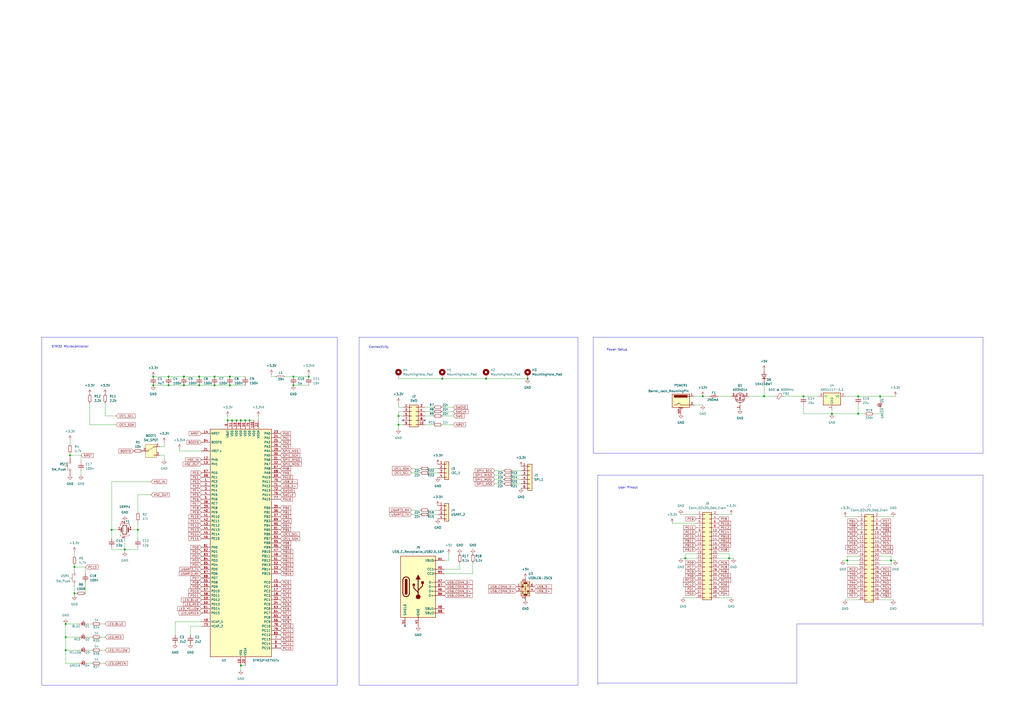
<source format=kicad_sch>
(kicad_sch (version 20231120) (generator "eeschema") (generator_version "8.0")
  (paper "A2")
  (title_block (title "AuroraF4") (date "2024-10-04") (rev "v1.0") (company "Intestelar LLC"))
  (junction (at 88.9 223.52))
  (junction (at 64.77 307.34))
  (junction (at 124.46 218.44))
  (junction (at 170.18 223.52))
  (junction (at 139.7 243.84))
  (junction (at 443.23 229.87))
  (junction (at 137.16 243.84))
  (junction (at 97.79 223.52))
  (junction (at 497.84 240.03))
  (junction (at 482.6 240.03))
  (junction (at 38.1 361.95))
  (junction (at 231.14 246.38))
  (junction (at 281.94 219.71))
  (junction (at 106.68 223.52))
  (junction (at 407.67 229.87))
  (junction (at 106.68 218.44))
  (junction (at 97.79 218.44))
  (junction (at 115.57 218.44))
  (junction (at 231.14 241.3))
  (junction (at 179.07 218.44))
  (junction (at 38.1 369.57))
  (junction (at 170.18 218.44))
  (junction (at 516.89 325.12))
  (junction (at 115.57 223.52))
  (junction (at 142.24 243.84))
  (junction (at 306.07 219.71))
  (junction (at 124.46 223.52))
  (junction (at 38.1 377.19))
  (junction (at 397.51 323.85))
  (junction (at 133.35 218.44))
  (junction (at 256.54 219.71))
  (junction (at 133.35 223.52))
  (junction (at 510.54 229.87))
  (junction (at 132.08 243.84))
  (junction (at 422.91 323.85))
  (junction (at 72.39 318.77))
  (junction (at 80.01 307.34))
  (junction (at 134.62 243.84))
  (junction (at 144.78 243.84))
  (junction (at 88.9 218.44))
  (junction (at 491.49 325.12))
  (junction (at 139.7 386.08))
  (junction (at 43.18 328.93))
  (junction (at 43.18 344.17))
  (junction (at 466.09 229.87))
  (junction (at 40.64 264.16))
  (junction (at 497.84 229.87))
  (no_connect (at 246.38 243.84))
  (no_connect (at 234.95 363.22))
  (no_connect (at 233.68 243.84))
  (wire (pts (xy 46.99 264.16) (xy 40.64 264.16)))
  (wire (pts (xy 157.48 218.44) (xy 157.48 217.17)))
  (wire (pts (xy 274.32 332.74) (xy 274.32 326.39)))
  (wire (pts (xy 165.1 218.44) (xy 170.18 218.44)))
  (wire (pts (xy 46.99 267.97) (xy 46.99 264.16)))
  (wire (pts (xy 64.77 307.34) (xy 68.58 307.34)))
  (wire (pts (xy 424.18 346.71) (xy 416.56 346.71)))
  (wire (pts (xy 40.64 264.16) (xy 40.64 265.43)))
  (wire (pts (xy 516.89 322.58) (xy 516.89 325.12)))
  (wire (pts (xy 80.01 287.02) (xy 87.63 287.02)))
  (wire (pts (xy 297.18 275.59) (xy 302.26 275.59)))
  (wire (pts (xy 402.59 234.95) (xy 407.67 234.95)))
  (wire (pts (xy 132.08 241.3) (xy 132.08 243.84)))
  (wire (pts (xy 243.84 274.32) (xy 238.76 274.32)))
  (wire (pts (xy 266.7 326.39) (xy 266.7 330.2)))
  (wire (pts (xy 488.95 325.12) (xy 491.49 325.12)))
  (polyline (pts (xy 570.23 361.95) (xy 462.28 361.95)))
  (wire (pts (xy 52.07 246.38) (xy 67.31 246.38)))
  (wire (pts (xy 92.71 264.16) (xy 95.25 264.16)))
  (wire (pts (xy 231.14 233.68) (xy 231.14 236.22)))
  (wire (pts (xy 104.14 261.62) (xy 116.84 261.62)))
  (wire (pts (xy 40.64 262.89) (xy 40.64 264.16)))
  (wire (pts (xy 516.89 325.12) (xy 510.54 325.12)))
  (wire (pts (xy 254 271.78) (xy 248.92 271.78)))
  (wire (pts (xy 416.56 321.31) (xy 422.91 321.31)))
  (wire (pts (xy 132.08 243.84) (xy 134.62 243.84)))
  (wire (pts (xy 443.23 222.25) (xy 443.23 229.87)))
  (wire (pts (xy 76.2 307.34) (xy 80.01 307.34)))
  (wire (pts (xy 64.77 312.42) (xy 64.77 307.34)))
  (wire (pts (xy 297.18 273.05) (xy 302.26 273.05)))
  (wire (pts (xy 497.84 322.58) (xy 491.49 322.58)))
  (wire (pts (xy 394.97 298.45) (xy 403.86 298.45)))
  (polyline (pts (xy 346.71 275.59) (xy 346.71 397.51)))
  (wire (pts (xy 144.78 243.84) (xy 147.32 243.84)))
  (wire (pts (xy 80.01 302.26) (xy 80.01 307.34)))
  (wire (pts (xy 243.84 298.45) (xy 238.76 298.45)))
  (polyline (pts (xy 346.71 275.59) (xy 570.23 275.59)))
  (wire (pts (xy 60.96 384.81) (xy 58.42 384.81)))
  (wire (pts (xy 422.91 321.31) (xy 422.91 323.85)))
  (wire (pts (xy 38.1 384.81) (xy 38.1 377.19)))
  (wire (pts (xy 510.54 322.58) (xy 516.89 322.58)))
  (wire (pts (xy 133.35 223.52) (xy 142.24 223.52)))
  (wire (pts (xy 170.18 223.52) (xy 179.07 223.52)))
  (wire (pts (xy 104.14 260.35) (xy 104.14 261.62)))
  (wire (pts (xy 64.77 279.4) (xy 87.63 279.4)))
  (wire (pts (xy 110.49 368.3) (xy 110.49 363.22)))
  (wire (pts (xy 396.24 346.71) (xy 403.86 346.71)))
  (wire (pts (xy 251.46 241.3) (xy 246.38 241.3)))
  (wire (pts (xy 49.53 337.82) (xy 49.53 344.17)))
  (wire (pts (xy 260.35 321.31) (xy 260.35 325.12)))
  (wire (pts (xy 38.1 384.81) (xy 45.72 384.81)))
  (wire (pts (xy 490.22 299.72) (xy 497.84 299.72)))
  (wire (pts (xy 38.1 361.95) (xy 45.72 361.95)))
  (wire (pts (xy 139.7 388.62) (xy 139.7 386.08)))
  (wire (pts (xy 38.1 369.57) (xy 45.72 369.57)))
  (wire (pts (xy 402.59 229.87) (xy 407.67 229.87)))
  (wire (pts (xy 52.07 233.68) (xy 52.07 246.38)))
  (wire (pts (xy 519.43 325.12) (xy 516.89 325.12)))
  (wire (pts (xy 231.14 246.38) (xy 231.14 248.92)))
  (wire (pts (xy 142.24 243.84) (xy 144.78 243.84)))
  (wire (pts (xy 251.46 246.38) (xy 246.38 246.38)))
  (wire (pts (xy 95.25 259.08) (xy 95.25 256.54)))
  (wire (pts (xy 497.84 240.03) (xy 497.84 234.95)))
  (wire (pts (xy 43.18 344.17) (xy 43.18 340.36)))
  (wire (pts (xy 134.62 243.84) (xy 137.16 243.84)))
  (wire (pts (xy 510.54 240.03) (xy 510.54 237.49)))
  (wire (pts (xy 38.1 377.19) (xy 45.72 377.19)))
  (wire (pts (xy 297.18 280.67) (xy 302.26 280.67)))
  (wire (pts (xy 43.18 327.66) (xy 43.18 328.93)))
  (wire (pts (xy 251.46 238.76) (xy 246.38 238.76)))
  (wire (pts (xy 425.45 323.85) (xy 422.91 323.85)))
  (wire (pts (xy 139.7 386.08) (xy 142.24 386.08)))
  (wire (pts (xy 46.99 273.05) (xy 46.99 275.59)))
  (wire (pts (xy 53.34 361.95) (xy 50.8 361.95)))
  (wire (pts (xy 243.84 295.91) (xy 238.76 295.91)))
  (wire (pts (xy 389.89 303.53) (xy 403.86 303.53)))
  (wire (pts (xy 256.54 241.3) (xy 262.89 241.3)))
  (wire (pts (xy 72.39 318.77) (xy 72.39 320.04)))
  (wire (pts (xy 407.67 229.87) (xy 411.48 229.87)))
  (wire (pts (xy 281.94 219.71) (xy 306.07 219.71)))
  (wire (pts (xy 231.14 219.71) (xy 256.54 219.71)))
  (wire (pts (xy 124.46 223.52) (xy 133.35 223.52)))
  (wire (pts (xy 43.18 328.93) (xy 43.18 330.2)))
  (wire (pts (xy 256.54 246.38) (xy 262.89 246.38)))
  (wire (pts (xy 292.1 278.13) (xy 287.02 278.13)))
  (wire (pts (xy 260.35 325.12) (xy 257.81 325.12)))
  (wire (pts (xy 231.14 241.3) (xy 231.14 246.38)))
  (wire (pts (xy 95.25 264.16) (xy 95.25 266.7)))
  (wire (pts (xy 137.16 243.84) (xy 139.7 243.84)))
  (wire (pts (xy 60.96 241.3) (xy 60.96 233.68)))
  (wire (pts (xy 53.34 369.57) (xy 50.8 369.57)))
  (polyline (pts (xy 570.23 275.59) (xy 570.23 363.22)))
  (wire (pts (xy 466.09 234.95) (xy 466.09 240.03)))
  (wire (pts (xy 72.39 318.77) (xy 80.01 318.77)))
  (wire (pts (xy 60.96 377.19) (xy 58.42 377.19)))
  (wire (pts (xy 292.1 275.59) (xy 287.02 275.59)))
  (wire (pts (xy 101.6 360.68) (xy 101.6 368.3)))
  (wire (pts (xy 422.91 323.85) (xy 416.56 323.85)))
  (wire (pts (xy 149.86 241.3) (xy 149.86 243.84)))
  (wire (pts (xy 67.31 241.3) (xy 60.96 241.3)))
  (wire (pts (xy 506.73 240.03) (xy 510.54 240.03)))
  (wire (pts (xy 49.53 328.93) (xy 43.18 328.93)))
  (wire (pts (xy 110.49 363.22) (xy 116.84 363.22)))
  (wire (pts (xy 64.77 318.77) (xy 72.39 318.77)))
  (wire (pts (xy 38.1 369.57) (xy 38.1 361.95)))
  (polyline (pts (xy 462.28 396.24) (xy 346.71 396.24)))
  (wire (pts (xy 490.22 347.98) (xy 497.84 347.98)))
  (wire (pts (xy 88.9 223.52) (xy 97.79 223.52)))
  (wire (pts (xy 491.49 325.12) (xy 497.84 325.12)))
  (wire (pts (xy 251.46 236.22) (xy 246.38 236.22)))
  (wire (pts (xy 510.54 327.66) (xy 516.89 327.66)))
  (wire (pts (xy 497.84 327.66) (xy 491.49 327.66)))
  (wire (pts (xy 116.84 360.68) (xy 101.6 360.68)))
  (wire (pts (xy 97.79 218.44) (xy 106.68 218.44)))
  (wire (pts (xy 403.86 321.31) (xy 397.51 321.31)))
  (wire (pts (xy 510.54 232.41) (xy 510.54 229.87)))
  (wire (pts (xy 231.14 241.3) (xy 233.68 241.3)))
  (wire (pts (xy 257.81 330.2) (xy 266.7 330.2)))
  (wire (pts (xy 443.23 229.87) (xy 449.58 229.87)))
  (wire (pts (xy 64.77 279.4) (xy 64.77 307.34)))
  (wire (pts (xy 58.42 361.95) (xy 60.96 361.95)))
  (wire (pts (xy 160.02 218.44) (xy 157.48 218.44)))
  (wire (pts (xy 49.53 332.74) (xy 49.53 328.93)))
  (wire (pts (xy 170.18 218.44) (xy 179.07 218.44)))
  (wire (pts (xy 133.35 218.44) (xy 142.24 218.44)))
  (wire (pts (xy 53.34 384.81) (xy 50.8 384.81)))
  (wire (pts (xy 115.57 223.52) (xy 124.46 223.52)))
  (wire (pts (xy 518.16 347.98) (xy 510.54 347.98)))
  (wire (pts (xy 38.1 377.19) (xy 38.1 369.57)))
  (wire (pts (xy 482.6 237.49) (xy 482.6 240.03)))
  (wire (pts (xy 518.16 299.72) (xy 510.54 299.72)))
  (wire (pts (xy 53.34 377.19) (xy 50.8 377.19)))
  (wire (pts (xy 179.07 217.17) (xy 179.07 218.44)))
  (wire (pts (xy 72.39 312.42) (xy 72.39 318.77)))
  (wire (pts (xy 497.84 240.03) (xy 501.65 240.03)))
  (wire (pts (xy 233.68 238.76) (xy 231.14 238.76)))
  (wire (pts (xy 497.84 229.87) (xy 510.54 229.87)))
  (wire (pts (xy 88.9 218.44) (xy 97.79 218.44)))
  (wire (pts (xy 124.46 218.44) (xy 133.35 218.44)))
  (wire (pts (xy 466.09 229.87) (xy 474.98 229.87)))
  (wire (pts (xy 397.51 321.31) (xy 397.51 323.85)))
  (wire (pts (xy 231.14 246.38) (xy 233.68 246.38)))
  (wire (pts (xy 60.96 369.57) (xy 58.42 369.57)))
  (polyline (pts (xy 462.28 361.95) (xy 462.28 396.24)))
  (wire (pts (xy 248.92 295.91) (xy 254 295.91)))
  (wire (pts (xy 482.6 240.03) (xy 497.84 240.03)))
  (wire (pts (xy 106.68 223.52) (xy 115.57 223.52)))
  (wire (pts (xy 394.97 323.85) (xy 397.51 323.85)))
  (wire (pts (xy 106.68 218.44) (xy 115.57 218.44)))
  (wire (pts (xy 80.01 307.34) (xy 80.01 312.42)))
  (wire (pts (xy 64.77 318.77) (xy 64.77 317.5)))
  (wire (pts (xy 80.01 297.18) (xy 80.01 287.02)))
  (wire (pts (xy 97.79 223.52) (xy 106.68 223.52)))
  (wire (pts (xy 115.57 218.44) (xy 124.46 218.44)))
  (wire (pts (xy 302.26 278.13) (xy 297.18 278.13)))
  (wire (pts (xy 516.89 327.66) (xy 516.89 325.12)))
  (wire (pts (xy 231.14 238.76) (xy 231.14 241.3)))
  (wire (pts (xy 434.34 229.87) (xy 443.23 229.87)))
  (wire (pts (xy 248.92 298.45) (xy 254 298.45)))
  (wire (pts (xy 491.49 322.58) (xy 491.49 325.12)))
  (wire (pts (xy 257.81 332.74) (xy 274.32 332.74)))
  (wire (pts (xy 424.18 298.45) (xy 416.56 298.45)))
  (wire (pts (xy 243.84 271.78) (xy 238.76 271.78)))
  (wire (pts (xy 44.45 344.17) (xy 43.18 344.17)))
  (wire (pts (xy 43.18 320.04) (xy 43.18 322.58)))
  (wire (pts (xy 43.18 345.44) (xy 43.18 344.17)))
  (wire (pts (xy 248.92 274.32) (xy 254 274.32)))
  (wire (pts (xy 256.54 238.76) (xy 262.89 238.76)))
  (wire (pts (xy 292.1 280.67) (xy 287.02 280.67)))
  (wire (pts (xy 397.51 323.85) (xy 403.86 323.85)))
  (wire (pts (xy 80.01 318.77) (xy 80.01 317.5)))
  (wire (pts (xy 92.71 259.08) (xy 95.25 259.08)))
  (wire (pts (xy 256.54 219.71) (xy 281.94 219.71)))
  (wire (pts (xy 231.14 236.22) (xy 233.68 236.22)))
  (wire (pts (xy 490.22 229.87) (xy 497.84 229.87)))
  (wire (pts (xy 139.7 243.84) (xy 142.24 243.84)))
  (wire (pts (xy 466.09 240.03) (xy 482.6 240.03)))
  (wire (pts (xy 510.54 229.87) (xy 519.43 229.87)))
  (wire (pts (xy 292.1 273.05) (xy 287.02 273.05)))
  (wire (pts (xy 454.66 229.87) (xy 466.09 229.87)))
  (wire (pts (xy 416.56 229.87) (xy 424.18 229.87)))
  (wire (pts (xy 40.64 255.27) (xy 40.64 257.81)))
  (wire (pts (xy 491.49 327.66) (xy 491.49 325.12)))
  (wire (pts (xy 256.54 236.22) (xy 262.89 236.22)))
  (rectangle (start 208.28 195.58) (end 335.28 397.51))
  (rectangle (start 344.17 195.58) (end 570.23 262.89))
  (rectangle (start 24.13 195.58) (end 195.58 397.51))
  (text "Power Setup" (at 351.79 202.946 0) (effects (font (size 1.27 1.27)) (justify left)))
  (text "STM32 Microcontroller\n" (at 40.64 201.168 0) (effects (font (size 1.27 1.27))))
  (text "Connectivity" (at 219.71 201.422 0) (effects (font (size 1.27 1.27))))
  (text "User Pinout" (at 364.236 282.956 0) (effects (font (size 1.27 1.27))))
  (global_label "LED_RED" (shape input) (at 116.84 350.52 180) (property "Intersheetrefs" "${INTERSHEET_REFS}" (effects (hide yes))))
  (global_label "PB13" (shape input) (at 403.86 316.23 180) (property "Intersheetrefs" "${INTERSHEET_REFS}" (effects (hide yes))))
  (global_label "USART2_RX" (shape input) (at 116.84 332.74 180) (property "Intersheetrefs" "${INTERSHEET_REFS}" (effects (hide yes))))
  (global_label "PB0" (shape input) (at 510.54 342.9 0) (property "Intersheetrefs" "${INTERSHEET_REFS}" (effects (hide yes))))
  (global_label "PC9" (shape input) (at 403.86 331.47 180) (property "Intersheetrefs" "${INTERSHEET_REFS}" (effects (hide yes))))
  (global_label "PA4" (shape input) (at 497.84 337.82 180) (property "Intersheetrefs" "${INTERSHEET_REFS}" (effects (hide yes))))
  (global_label "PD3" (shape input) (at 116.84 325.12 180) (property "Intersheetrefs" "${INTERSHEET_REFS}" (effects (hide yes))))
  (global_label "PE10" (shape input) (at 116.84 299.72 180) (property "Intersheetrefs" "${INTERSHEET_REFS}" (effects (hide yes))))
  (global_label "PA3" (shape input) (at 510.54 337.82 0) (property "Intersheetrefs" "${INTERSHEET_REFS}" (effects (hide yes))))
  (global_label "PC5" (shape input) (at 497.84 340.36 180) (property "Intersheetrefs" "${INTERSHEET_REFS}" (effects (hide yes))))
  (global_label "PC4" (shape input) (at 510.54 340.36 0) (property "Intersheetrefs" "${INTERSHEET_REFS}" (effects (hide yes))))
  (global_label "SWCLK" (shape input) (at 262.89 238.76 0) (property "Intersheetrefs" "${INTERSHEET_REFS}" (effects (hide yes))))
  (global_label "PE3" (shape input) (at 510.54 312.42 0) (property "Intersheetrefs" "${INTERSHEET_REFS}" (effects (hide yes))))
  (global_label "USB_CONN_D+" (shape input) (at 257.81 345.44 0) (property "Intersheetrefs" "${INTERSHEET_REFS}" (effects (hide yes))))
  (global_label "PA9" (shape input) (at 162.56 274.32 0) (property "Intersheetrefs" "${INTERSHEET_REFS}" (effects (hide yes))))
  (global_label "PC7" (shape input) (at 162.56 355.6 0) (property "Intersheetrefs" "${INTERSHEET_REFS}" (effects (hide yes))))
  (global_label "LED_BLUE" (shape input) (at 60.96 361.95 0) (property "Intersheetrefs" "${INTERSHEET_REFS}" (effects (hide yes))))
  (global_label "USB_D+" (shape input) (at 309.88 342.9 0) (property "Intersheetrefs" "${INTERSHEET_REFS}" (effects (hide yes))))
  (global_label "PE10" (shape input) (at 416.56 303.53 0) (property "Intersheetrefs" "${INTERSHEET_REFS}" (effects (hide yes))))
  (global_label "PD10" (shape input) (at 116.84 342.9 180) (property "Intersheetrefs" "${INTERSHEET_REFS}" (effects (hide yes))))
  (global_label "PC12" (shape input) (at 162.56 368.3 0) (property "Intersheetrefs" "${INTERSHEET_REFS}" (effects (hide yes))))
  (global_label "PE14" (shape input) (at 116.84 309.88 180) (property "Intersheetrefs" "${INTERSHEET_REFS}" (effects (hide yes))))
  (global_label "SPI1_MISO" (shape input) (at 162.56 266.7 0) (property "Intersheetrefs" "${INTERSHEET_REFS}" (effects (hide yes))))
  (global_label "PB15" (shape input) (at 403.86 318.77 180) (property "Intersheetrefs" "${INTERSHEET_REFS}" (effects (hide yes))))
  (global_label "PB11" (shape input) (at 162.56 322.58 0) (property "Intersheetrefs" "${INTERSHEET_REFS}" (effects (hide yes))))
  (global_label "PE12" (shape input) (at 416.56 306.07 0) (property "Intersheetrefs" "${INTERSHEET_REFS}" (effects (hide yes))))
  (global_label "PA2" (shape input) (at 162.56 256.54 0) (property "Intersheetrefs" "${INTERSHEET_REFS}" (effects (hide yes))))
  (global_label "PB1" (shape input) (at 162.56 297.18 0) (property "Intersheetrefs" "${INTERSHEET_REFS}" (effects (hide yes))))
  (global_label "PE4" (shape input) (at 116.84 284.48 180) (property "Intersheetrefs" "${INTERSHEET_REFS}" (effects (hide yes))))
  (global_label "PE14" (shape input) (at 416.56 308.61 0) (property "Intersheetrefs" "${INTERSHEET_REFS}" (effects (hide yes))))
  (global_label "USB_CONN_D-" (shape input) (at 299.72 340.36 180) (property "Intersheetrefs" "${INTERSHEET_REFS}" (effects (hide yes))))
  (global_label "I2C1_SCL" (shape input) (at 67.31 241.3 0) (property "Intersheetrefs" "${INTERSHEET_REFS}" (effects (hide yes))))
  (global_label "I2C1_SDA" (shape input) (at 67.31 246.38 0) (property "Intersheetrefs" "${INTERSHEET_REFS}" (effects (hide yes))))
  (global_label "PD4" (shape input) (at 416.56 344.17 0) (property "Intersheetrefs" "${INTERSHEET_REFS}" (effects (hide yes))))
  (global_label "PE8" (shape input) (at 416.56 300.99 0) (property "Intersheetrefs" "${INTERSHEET_REFS}" (effects (hide yes))))
  (global_label "SPI1_SCK" (shape input) (at 287.02 273.05 180) (property "Intersheetrefs" "${INTERSHEET_REFS}" (effects (hide yes))))
  (global_label "HSE_IN" (shape input) (at 116.84 266.7 180) (property "Intersheetrefs" "${INTERSHEET_REFS}" (effects (hide yes))))
  (global_label "HSE_OUT" (shape input) (at 116.84 269.24 180) (property "Intersheetrefs" "${INTERSHEET_REFS}" (effects (hide yes))))
  (global_label "USART2_TX" (shape input) (at 238.76 298.45 180) (property "Intersheetrefs" "${INTERSHEET_REFS}" (effects (hide yes))))
  (global_label "PE1" (shape input) (at 510.54 309.88 0) (property "Intersheetrefs" "${INTERSHEET_REFS}" (effects (hide yes))))
  (global_label "PE4" (shape input) (at 497.84 312.42 180) (property "Intersheetrefs" "${INTERSHEET_REFS}" (effects (hide yes))))
  (global_label "PC8" (shape input) (at 416.56 328.93 0) (property "Intersheetrefs" "${INTERSHEET_REFS}" (effects (hide yes))))
  (global_label "PC11" (shape input) (at 162.56 365.76 0) (property "Intersheetrefs" "${INTERSHEET_REFS}" (effects (hide yes))))
  (global_label "I2C1_SDA" (shape input) (at 162.56 312.42 0) (property "Intersheetrefs" "${INTERSHEET_REFS}" (effects (hide yes))))
  (global_label "PC1" (shape input) (at 162.56 340.36 0) (property "Intersheetrefs" "${INTERSHEET_REFS}" (effects (hide yes))))
  (global_label "PD9" (shape input) (at 403.86 326.39 180) (property "Intersheetrefs" "${INTERSHEET_REFS}" (effects (hide yes))))
  (global_label "PB12" (shape input) (at 162.56 325.12 0) (property "Intersheetrefs" "${INTERSHEET_REFS}" (effects (hide yes))))
  (global_label "PE11" (shape input) (at 403.86 306.07 180) (property "Intersheetrefs" "${INTERSHEET_REFS}" (effects (hide yes))))
  (global_label "PC13" (shape input) (at 162.56 370.84 0) (property "Intersheetrefs" "${INTERSHEET_REFS}" (effects (hide yes))))
  (global_label "PA8" (shape input) (at 416.56 331.47 0) (property "Intersheetrefs" "${INTERSHEET_REFS}" (effects (hide yes))))
  (global_label "PE15" (shape input) (at 403.86 311.15 180) (property "Intersheetrefs" "${INTERSHEET_REFS}" (effects (hide yes))))
  (global_label "PB14" (shape input) (at 416.56 316.23 0) (property "Intersheetrefs" "${INTERSHEET_REFS}" (effects (hide yes))))
  (global_label "PB2" (shape input) (at 510.54 345.44 0) (property "Intersheetrefs" "${INTERSHEET_REFS}" (effects (hide yes))))
  (global_label "LED_YELLOW" (shape input) (at 116.84 353.06 180) (property "Intersheetrefs" "${INTERSHEET_REFS}" (effects (hide yes))))
  (global_label "SWO" (shape input) (at 162.56 302.26 0) (property "Intersheetrefs" "${INTERSHEET_REFS}" (effects (hide yes))))
  (global_label "PD1" (shape input) (at 403.86 341.63 180) (property "Intersheetrefs" "${INTERSHEET_REFS}" (effects (hide yes))))
  (global_label "PA3" (shape input) (at 162.56 259.08 0) (property "Intersheetrefs" "${INTERSHEET_REFS}" (effects (hide yes))))
  (global_label "PB5" (shape input) (at 162.56 307.34 0) (property "Intersheetrefs" "${INTERSHEET_REFS}" (effects (hide yes))))
  (global_label "LED_RED" (shape input) (at 60.96 369.57 0) (property "Intersheetrefs" "${INTERSHEET_REFS}" (effects (hide yes))))
  (global_label "PC4" (shape input) (at 162.56 347.98 0) (property "Intersheetrefs" "${INTERSHEET_REFS}" (effects (hide yes))))
  (global_label "PE0" (shape input) (at 497.84 307.34 180) (property "Intersheetrefs" "${INTERSHEET_REFS}" (effects (hide yes))))
  (global_label "PB11" (shape input) (at 403.86 313.69 180) (property "Intersheetrefs" "${INTERSHEET_REFS}" (effects (hide yes))))
  (global_label "PC13" (shape input) (at 49.53 328.93 0) (property "Intersheetrefs" "${INTERSHEET_REFS}" (effects (hide yes))))
  (global_label "SPI1_NSS" (shape input) (at 162.56 261.62 0) (property "Intersheetrefs" "${INTERSHEET_REFS}" (effects (hide yes))))
  (global_label "USB_CONN_D+" (shape input) (at 257.81 342.9 0) (property "Intersheetrefs" "${INTERSHEET_REFS}" (effects (hide yes))))
  (global_label "PD7" (shape input) (at 510.54 302.26 0) (property "Intersheetrefs" "${INTERSHEET_REFS}" (effects (hide yes))))
  (global_label "PB1" (shape input) (at 497.84 342.9 180) (property "Intersheetrefs" "${INTERSHEET_REFS}" (effects (hide yes))))
  (global_label "SWDIO" (shape input) (at 262.89 236.22 0) (property "Intersheetrefs" "${INTERSHEET_REFS}" (effects (hide yes))))
  (global_label "SWCLK" (shape input) (at 162.56 287.02 0) (property "Intersheetrefs" "${INTERSHEET_REFS}" (effects (hide yes))))
  (global_label "PD11" (shape input) (at 116.84 345.44 180) (property "Intersheetrefs" "${INTERSHEET_REFS}" (effects (hide yes))))
  (global_label "PD2" (shape input) (at 416.56 341.63 0) (property "Intersheetrefs" "${INTERSHEET_REFS}" (effects (hide yes))))
  (global_label "HSE_IN" (shape input) (at 87.63 279.4 0) (property "Intersheetrefs" "${INTERSHEET_REFS}" (effects (hide yes))))
  (global_label "LED_YELLOW" (shape input) (at 60.96 377.19 0) (property "Intersheetrefs" "${INTERSHEET_REFS}" (effects (hide yes))))
  (global_label "PA1" (shape input) (at 510.54 335.28 0) (property "Intersheetrefs" "${INTERSHEET_REFS}" (effects (hide yes))))
  (global_label "USB_D-" (shape input) (at 162.56 279.4 0) (property "Intersheetrefs" "${INTERSHEET_REFS}" (effects (hide yes))))
  (global_label "USB_D+" (shape input) (at 162.56 281.94 0) (property "Intersheetrefs" "${INTERSHEET_REFS}" (effects (hide yes))))
  (global_label "SPI1_SCK" (shape input) (at 162.56 264.16 0) (property "Intersheetrefs" "${INTERSHEET_REFS}" (effects (hide yes))))
  (global_label "I2C1_SCL" (shape input) (at 162.56 309.88 0) (property "Intersheetrefs" "${INTERSHEET_REFS}" (effects (hide yes))))
  (global_label "PE9" (shape input) (at 116.84 297.18 180) (property "Intersheetrefs" "${INTERSHEET_REFS}" (effects (hide yes))))
  (global_label "PC0" (shape input) (at 497.84 320.04 180) (property "Intersheetrefs" "${INTERSHEET_REFS}" (effects (hide yes))))
  (global_label "USB_CONN_D-" (shape input) (at 257.81 337.82 0) (property "Intersheetrefs" "${INTERSHEET_REFS}" (effects (hide yes))))
  (global_label "PE15" (shape input) (at 116.84 312.42 180) (property "Intersheetrefs" "${INTERSHEET_REFS}" (effects (hide yes))))
  (global_label "PE5" (shape input) (at 510.54 314.96 0) (property "Intersheetrefs" "${INTERSHEET_REFS}" (effects (hide yes))))
  (global_label "I2C1_SDA" (shape input) (at 238.76 271.78 180) (property "Intersheetrefs" "${INTERSHEET_REFS}" (effects (hide yes))))
  (global_label "PC3" (shape input) (at 510.54 332.74 0) (property "Intersheetrefs" "${INTERSHEET_REFS}" (effects (hide yes))))
  (global_label "PE7" (shape input) (at 116.84 292.1 180) (property "Intersheetrefs" "${INTERSHEET_REFS}" (effects (hide yes))))
  (global_label "PE8" (shape input) (at 116.84 294.64 180) (property "Intersheetrefs" "${INTERSHEET_REFS}" (effects (hide yes))))
  (global_label "PC11" (shape input) (at 416.56 336.55 0) (property "Intersheetrefs" "${INTERSHEET_REFS}" (effects (hide yes))))
  (global_label "PC8" (shape input) (at 162.56 358.14 0) (property "Intersheetrefs" "${INTERSHEET_REFS}" (effects (hide yes))))
  (global_label "PC7" (shape input) (at 403.86 328.93 180) (property "Intersheetrefs" "${INTERSHEET_REFS}" (effects (hide yes))))
  (global_label "PC6" (shape input) (at 162.56 353.06 0) (property "Intersheetrefs" "${INTERSHEET_REFS}" (effects (hide yes))))
  (global_label "PD0" (shape input) (at 116.84 317.5 180) (property "Intersheetrefs" "${INTERSHEET_REFS}" (effects (hide yes))))
  (global_label "PC14" (shape input) (at 497.84 317.5 180) (property "Intersheetrefs" "${INTERSHEET_REFS}" (effects (hide yes))))
  (global_label "PE9" (shape input) (at 403.86 300.99 180) (property "Intersheetrefs" "${INTERSHEET_REFS}" (effects (hide yes))))
  (global_label "PC13" (shape input) (at 510.54 317.5 0) (property "Intersheetrefs" "${INTERSHEET_REFS}" (effects (hide yes))))
  (global_label "PB8" (shape input) (at 497.84 304.8 180) (property "Intersheetrefs" "${INTERSHEET_REFS}" (effects (hide yes))))
  (global_label "PC12" (shape input) (at 403.86 339.09 180) (property "Intersheetrefs" "${INTERSHEET_REFS}" (effects (hide yes))))
  (global_label "LED_GREEN" (shape input) (at 116.84 355.6 180) (property "Intersheetrefs" "${INTERSHEET_REFS}" (effects (hide yes))))
  (global_label "PE2" (shape input) (at 497.84 309.88 180) (property "Intersheetrefs" "${INTERSHEET_REFS}" (effects (hide yes))))
  (global_label "SWO" (shape input) (at 262.89 241.3 0) (property "Intersheetrefs" "${INTERSHEET_REFS}" (effects (hide yes))))
  (global_label "I2C1_SCL" (shape input) (at 238.76 274.32 180) (property "Intersheetrefs" "${INTERSHEET_REFS}" (effects (hide yes))))
  (global_label "PC5" (shape input) (at 162.56 350.52 0) (property "Intersheetrefs" "${INTERSHEET_REFS}" (effects (hide yes))))
  (global_label "PA10" (shape input) (at 416.56 334.01 0) (property "Intersheetrefs" "${INTERSHEET_REFS}" (effects (hide yes))))
  (global_label "PD8" (shape input) (at 416.56 318.77 0) (property "Intersheetrefs" "${INTERSHEET_REFS}" (effects (hide yes))))
  (global_label "PA8" (shape input) (at 162.56 271.78 0) (property "Intersheetrefs" "${INTERSHEET_REFS}" (effects (hide yes))))
  (global_label "PC14" (shape input) (at 162.56 373.38 0) (property "Intersheetrefs" "${INTERSHEET_REFS}" (effects (hide yes))))
  (global_label "PC2" (shape input) (at 162.56 342.9 0) (property "Intersheetrefs" "${INTERSHEET_REFS}" (effects (hide yes))))
  (global_label "PB8" (shape input) (at 162.56 314.96 0) (property "Intersheetrefs" "${INTERSHEET_REFS}" (effects (hide yes))))
  (global_label "PD7" (shape input) (at 116.84 335.28 180) (property "Intersheetrefs" "${INTERSHEET_REFS}" (effects (hide yes))))
  (global_label "PB4" (shape input) (at 497.84 302.26 180) (property "Intersheetrefs" "${INTERSHEET_REFS}" (effects (hide yes))))
  (global_label "PB2" (shape input) (at 162.56 299.72 0) (property "Intersheetrefs" "${INTERSHEET_REFS}" (effects (hide yes))))
  (global_label "HSE_OUT" (shape input) (at 87.63 287.02 0) (property "Intersheetrefs" "${INTERSHEET_REFS}" (effects (hide yes))))
  (global_label "USB_CONN_D-" (shape input) (at 257.81 340.36 0) (property "Intersheetrefs" "${INTERSHEET_REFS}" (effects (hide yes))))
  (global_label "LED_GREEN" (shape input) (at 60.96 384.81 0) (property "Intersheetrefs" "${INTERSHEET_REFS}" (effects (hide yes))))
  (global_label "PB9" (shape input) (at 162.56 317.5 0) (property "Intersheetrefs" "${INTERSHEET_REFS}" (effects (hide yes))))
  (global_label "PA9" (shape input) (at 403.86 334.01 180) (property "Intersheetrefs" "${INTERSHEET_REFS}" (effects (hide yes))))
  (global_label "PA1" (shape input) (at 162.56 254 0) (property "Intersheetrefs" "${INTERSHEET_REFS}" (effects (hide yes))))
  (global_label "SPI1_NSS" (shape input) (at 287.02 280.67 180) (property "Intersheetrefs" "${INTERSHEET_REFS}" (effects (hide yes))))
  (global_label "SWDIO" (shape input) (at 162.56 284.48 0) (property "Intersheetrefs" "${INTERSHEET_REFS}" (effects (hide yes))))
  (global_label "PB10" (shape input) (at 162.56 320.04 0) (property "Intersheetrefs" "${INTERSHEET_REFS}" (effects (hide yes))))
  (global_label "PB14" (shape input) (at 162.56 330.2 0) (property "Intersheetrefs" "${INTERSHEET_REFS}" (effects (hide yes))))
  (global_label "PA2" (shape input) (at 497.84 335.28 180) (property "Intersheetrefs" "${INTERSHEET_REFS}" (effects (hide yes))))
  (global_label "PE11" (shape input) (at 116.84 302.26 180) (property "Intersheetrefs" "${INTERSHEET_REFS}" (effects (hide yes))))
  (global_label "PC0" (shape input) (at 162.56 337.82 0) (property "Intersheetrefs" "${INTERSHEET_REFS}" (effects (hide yes))))
  (global_label "PB0" (shape input) (at 162.56 294.64 0) (property "Intersheetrefs" "${INTERSHEET_REFS}" (effects (hide yes))))
  (global_label "LED_BLUE" (shape input) (at 116.84 347.98 180) (property "Intersheetrefs" "${INTERSHEET_REFS}" (effects (hide yes))))
  (global_label "PD4" (shape input) (at 116.84 327.66 180) (property "Intersheetrefs" "${INTERSHEET_REFS}" (effects (hide yes))))
  (global_label "PE3" (shape input) (at 116.84 281.94 180) (property "Intersheetrefs" "${INTERSHEET_REFS}" (effects (hide yes))))
  (global_label "PC6" (shape input) (at 416.56 326.39 0) (property "Intersheetrefs" "${INTERSHEET_REFS}" (effects (hide yes))))
  (global_label "PE12" (shape input) (at 116.84 304.8 180) (property "Intersheetrefs" "${INTERSHEET_REFS}" (effects (hide yes))))
  (global_label "SPI1_MOSI" (shape input) (at 287.02 278.13 180) (property "Intersheetrefs" "${INTERSHEET_REFS}" (effects (hide yes))))
  (global_label "PC10" (shape input) (at 403.86 336.55 180) (property "Intersheetrefs" "${INTERSHEET_REFS}" (effects (hide yes))))
  (global_label "PC3" (shape input) (at 162.56 345.44 0) (property "Intersheetrefs" "${INTERSHEET_REFS}" (effects (hide yes))))
  (global_label "PA0" (shape input) (at 497.84 332.74 180) (property "Intersheetrefs" "${INTERSHEET_REFS}" (effects (hide yes))))
  (global_label "USB_CONN_D+" (shape input) (at 299.72 342.9 180) (property "Intersheetrefs" "${INTERSHEET_REFS}" (effects (hide yes))))
  (global_label "USART2_RX" (shape input) (at 238.76 295.91 180) (property "Intersheetrefs" "${INTERSHEET_REFS}" (effects (hide yes))))
  (global_label "PC1" (shape input) (at 510.54 330.2 0) (property "Intersheetrefs" "${INTERSHEET_REFS}" (effects (hide yes))))
  (global_label "PE1" (shape input) (at 116.84 276.86 180) (property "Intersheetrefs" "${INTERSHEET_REFS}" (effects (hide yes))))
  (global_label "PE2" (shape input) (at 116.84 279.4 180) (property "Intersheetrefs" "${INTERSHEET_REFS}" (effects (hide yes))))
  (global_label "PE0" (shape input) (at 116.84 274.32 180) (property "Intersheetrefs" "${INTERSHEET_REFS}" (effects (hide yes))))
  (global_label "PC9" (shape input) (at 162.56 360.68 0) (property "Intersheetrefs" "${INTERSHEET_REFS}" (effects (hide yes))))
  (global_label "SPI1_MOSI" (shape input) (at 162.56 269.24 0) (property "Intersheetrefs" "${INTERSHEET_REFS}" (effects (hide yes))))
  (global_label "PA10" (shape input) (at 162.56 276.86 0) (property "Intersheetrefs" "${INTERSHEET_REFS}" (effects (hide yes))))
  (global_label "PC10" (shape input) (at 162.56 363.22 0) (property "Intersheetrefs" "${INTERSHEET_REFS}" (effects (hide yes))))
  (global_label "PC2" (shape input) (at 497.84 330.2 180) (property "Intersheetrefs" "${INTERSHEET_REFS}" (effects (hide yes))))
  (global_label "PD0" (shape input) (at 416.56 339.09 0) (property "Intersheetrefs" "${INTERSHEET_REFS}" (effects (hide yes))))
  (global_label "PE6" (shape input) (at 116.84 289.56 180) (property "Intersheetrefs" "${INTERSHEET_REFS}" (effects (hide yes))))
  (global_label "PD1" (shape input) (at 116.84 320.04 180) (property "Intersheetrefs" "${INTERSHEET_REFS}" (effects (hide yes))))
  (global_label "PD3" (shape input) (at 403.86 344.17 180) (property "Intersheetrefs" "${INTERSHEET_REFS}" (effects (hide yes))))
  (global_label "BOOT0" (shape input) (at 116.84 256.54 180) (property "Intersheetrefs" "${INTERSHEET_REFS}" (effects (hide yes))))
  (global_label "PD2" (shape input) (at 116.84 322.58 180) (property "Intersheetrefs" "${INTERSHEET_REFS}" (effects (hide yes))))
  (global_label "NRST" (shape input) (at 262.89 246.38 0) (property "Intersheetrefs" "${INTERSHEET_REFS}" (effects (hide yes))))
  (global_label "NRST" (shape input) (at 116.84 251.46 180) (property "Intersheetrefs" "${INTERSHEET_REFS}" (effects (hide yes))))
  (global_label "PD8" (shape input) (at 116.84 337.82 180) (property "Intersheetrefs" "${INTERSHEET_REFS}" (effects (hide yes))))
  (global_label "PA15" (shape input) (at 162.56 289.56 0) (property "Intersheetrefs" "${INTERSHEET_REFS}" (effects (hide yes))))
  (global_label "PE6" (shape input) (at 497.84 314.96 180) (property "Intersheetrefs" "${INTERSHEET_REFS}" (effects (hide yes))))
  (global_label "PB9" (shape input) (at 510.54 307.34 0) (property "Intersheetrefs" "${INTERSHEET_REFS}" (effects (hide yes))))
  (global_label "PA0" (shape input) (at 162.56 251.46 0) (property "Intersheetrefs" "${INTERSHEET_REFS}" (effects (hide yes))))
  (global_label "PE7" (shape input) (at 497.84 345.44 180) (property "Intersheetrefs" "${INTERSHEET_REFS}" (effects (hide yes))))
  (global_label "USB_D-" (shape input) (at 309.88 340.36 0) (property "Intersheetrefs" "${INTERSHEET_REFS}" (effects (hide yes))))
  (global_label "NRST" (shape input) (at 46.99 264.16 0) (property "Intersheetrefs" "${INTERSHEET_REFS}" (effects (hide yes))))
  (global_label "SPI1_MISO" (shape input) (at 287.02 275.59 180) (property "Intersheetrefs" "${INTERSHEET_REFS}" (effects (hide yes))))
  (global_label "PB15" (shape input) (at 162.56 332.74 0) (property "Intersheetrefs" "${INTERSHEET_REFS}" (effects (hide yes))))
  (global_label "PB4" (shape input) (at 162.56 304.8 0) (property "Intersheetrefs" "${INTERSHEET_REFS}" (effects (hide yes))))
  (global_label "PB5" (shape input) (at 510.54 304.8 0) (property "Intersheetrefs" "${INTERSHEET_REFS}" (effects (hide yes))))
  (global_label "PC15" (shape input) (at 510.54 320.04 0) (property "Intersheetrefs" "${INTERSHEET_REFS}" (effects (hide yes))))
  (global_label "PE5" (shape input) (at 116.84 287.02 180) (property "Intersheetrefs" "${INTERSHEET_REFS}" (effects (hide yes))))
  (global_label "PB12" (shape input) (at 416.56 313.69 0) (property "Intersheetrefs" "${INTERSHEET_REFS}" (effects (hide yes))))
  (global_label "PB13" (shape input) (at 162.56 327.66 0) (property "Intersheetrefs" "${INTERSHEET_REFS}" (effects (hide yes))))
  (global_label "USART2_TX" (shape input) (at 116.84 330.2 180) (property "Intersheetrefs" "${INTERSHEET_REFS}" (effects (hide yes))))
  (global_label "PC15" (shape input) (at 162.56 375.92 0) (property "Intersheetrefs" "${INTERSHEET_REFS}" (effects (hide yes))))
  (global_label "PE13" (shape input) (at 116.84 307.34 180) (property "Intersheetrefs" "${INTERSHEET_REFS}" (effects (hide yes))))
  (global_label "PB10" (shape input) (at 416.56 311.15 0) (property "Intersheetrefs" "${INTERSHEET_REFS}" (effects (hide yes))))
  (global_label "PD9" (shape input) (at 116.84 340.36 180) (property "Intersheetrefs" "${INTERSHEET_REFS}" (effects (hide yes))))
  (global_label "BOOT0" (shape input) (at 77.47 261.62 180) (property "Intersheetrefs" "${INTERSHEET_REFS}" (effects (hide yes))))
  (global_label "PE13" (shape input) (at 403.86 308.61 180) (property "Intersheetrefs" "${INTERSHEET_REFS}" (effects (hide yes))))
  (symbol (lib_id "power:GND") (at 425.45 323.85 0) (unit 1)
    (property "Reference" "#PWR049" (effects (hide yes)))
    (property "Value" "GND" (at 425.45 328.93 0))
    (property "Description" "Power symbol creates a global label with name \"GND\" , ground" (effects (hide yes)))
  )
  (symbol (lib_id "Device:Crystal_GND24") (at 72.39 307.34 0) (unit 1)
    (property "Reference" "Y1" (at 74.168 302.514 0))
    (property "Value" "16MHz" (at 72.39 293.878 0))
    (property "Footprint" "Crystal:Crystal_SMD_3225-4Pin_3.2x2.5mm" (effects (hide yes)))
    (property "Description" "Four pin crystal, GND on pins 2 and 4" (effects (hide yes)))
    (property "LCSC Part #" "C5917307" (effects (hide yes)))
  )
  (symbol (lib_id "Device:C_Small") (at 80.01 314.96 0) (unit 1)
    (property "Reference" "C12" (at 82.55 313.6962 0) (effects (justify left)))
    (property "Value" "12p" (at 82.55 316.2362 0) (effects (justify left)))
    (property "Footprint" "Capacitor_SMD:C_0603_1608Metric" (effects (hide yes)))
    (property "Description" "Unpolarized capacitor, small symbol" (effects (hide yes)))
    (property "LCSC Part #" "C107034" (effects (hide yes)))
  )
  (symbol (lib_id "Device:C_Small") (at 46.99 270.51 0) (unit 1)
    (property "Reference" "C17" (at 49.53 269.2462 0) (effects (justify left)))
    (property "Value" "100n" (at 49.53 271.7862 0) (effects (justify left)))
    (property "Footprint" "Capacitor_SMD:C_0603_1608Metric" (effects (hide yes)))
    (property "Description" "Unpolarized capacitor, small symbol" (effects (hide yes)))
    (property "LCSC Part #" "C14663" (effects (hide yes)))
  )
  (symbol (lib_id "power:+3.3V") (at 519.43 229.87 0) (unit 1)
    (property "Reference" "#PWR033" (effects (hide yes)))
    (property "Value" "+3.3V" (at 519.43 224.79 0))
    (property "Description" "Power symbol creates a global label with name \"+3.3V\"" (effects (hide yes)))
  )
  (symbol (lib_id "Device:R_Small") (at 246.38 298.45 270) (unit 1)
    (property "Reference" "R15" (at 249.936 299.72 90))
    (property "Value" "22r" (at 242.062 299.72 90))
    (property "Footprint" "Resistor_SMD:R_0603_1608Metric" (effects (hide yes)))
    (property "Description" "Resistor, small symbol" (effects (hide yes)))
    (property "LCSC Part #" "C23345" (effects (hide yes)))
  )
  (symbol (lib_id "power:GND") (at 302.26 283.21 0) (unit 1)
    (property "Reference" "#PWR031" (effects (hide yes)))
    (property "Value" "GND" (at 302.26 288.29 0))
    (property "Description" "Power symbol creates a global label with name \"GND\" , ground" (effects (hide yes)))
  )
  (symbol (lib_id "power:+12V") (at 407.67 229.87 0) (unit 1)
    (property "Reference" "#PWR035" (effects (hide yes)))
    (property "Value" "+12V" (at 407.67 224.79 0))
    (property "Description" "Power symbol creates a global label with name \"+12V\"" (effects (hide yes)))
  )
  (symbol (lib_id "power:GND") (at 266.7 321.31 180) (unit 1)
    (property "Reference" "#PWR029" (effects (hide yes)))
    (property "Value" "GND" (at 266.7 316.23 0))
    (property "Description" "Power symbol creates a global label with name \"GND\" , ground" (effects (hide yes)))
  )
  (symbol (lib_id "Device:LED_Small") (at 48.26 361.95 0) (unit 1)
    (property "Reference" "D1" (at 52.07 363.22 0) (effects (justify right)))
    (property "Value" "BLUE" (at 46.736 363.22 0) (effects (justify right)))
    (property "Footprint" "LED_SMD:LED_0603_1608Metric" (effects (hide yes)))
    (property "Description" "Light emitting diode, small symbol" (effects (hide yes)))
    (property "LCSC Part #" "C72041" (effects (hide yes)))
  )
  (symbol (lib_id "Mechanical:MountingHole_Pad") (at 306.07 217.17 0) (unit 1) (exclude_from_sim yes) (in_bom no)
    (property "Reference" "H3" (at 308.61 214.6299 0) (effects (justify left)))
    (property "Value" "MountingHole_Pad" (at 308.61 217.1699 0) (effects (justify left)))
    (property "Footprint" "MountingHole:MountingHole_3.2mm_M3_Pad_Via" (effects (hide yes)))
    (property "Description" "Mounting Hole with connection" (effects (hide yes)))
  )
  (symbol (lib_id "power:+3.3V") (at 52.07 228.6 0) (unit 1)
    (property "Reference" "#PWR018" (effects (hide yes)))
    (property "Value" "+3.3V" (at 52.07 223.52 0))
    (property "Description" "Power symbol creates a global label with name \"+3.3V\"" (effects (hide yes)))
  )
  (symbol (lib_id "Device:R_Small") (at 80.01 299.72 180) (unit 1)
    (property "Reference" "R2" (at 82.55 298.4499 0) (effects (justify right)))
    (property "Value" "47r" (at 82.55 300.9899 0) (effects (justify right)))
    (property "Footprint" "Resistor_SMD:R_0603_1608Metric" (effects (hide yes)))
    (property "Description" "Resistor, small symbol" (effects (hide yes)))
    (property "LCSC Part #" "C23182 " (effects (hide yes)))
  )
  (symbol (lib_id "power:GND") (at 394.97 240.03 0) (unit 1)
    (property "Reference" "#PWR037" (effects (hide yes)))
    (property "Value" "GND" (at 394.97 245.11 0))
    (property "Description" "Power symbol creates a global label with name \"GND\" , ground" (effects (hide yes)))
  )
  (symbol (lib_id "power:+3.3V") (at 60.96 228.6 0) (unit 1)
    (property "Reference" "#PWR019" (effects (hide yes)))
    (property "Value" "+3.3V" (at 60.96 223.52 0))
    (property "Description" "Power symbol creates a global label with name \"+3.3V\"" (effects (hide yes)))
  )
  (symbol (lib_id "Device:R_Small") (at 60.96 231.14 180) (unit 1)
    (property "Reference" "R11" (at 63.5 229.8699 0) (effects (justify right)))
    (property "Value" "2.2k" (at 63.5 232.4099 0) (effects (justify right)))
    (property "Footprint" "Resistor_SMD:R_0603_1608Metric" (effects (hide yes)))
    (property "Description" "Resistor, small symbol" (effects (hide yes)))
    (property "LCSC Part #" "C4190" (effects (hide yes)))
  )
  (symbol (lib_id "power:+5V") (at 443.23 214.63 0) (unit 1)
    (property "Reference" "#PWR032" (effects (hide yes)))
    (property "Value" "+5V" (at 443.23 209.55 0))
    (property "Description" "Power symbol creates a global label with name \"+5V\"" (effects (hide yes)))
  )
  (symbol (lib_id "power:GND") (at 72.39 302.26 180) (unit 1)
    (property "Reference" "#PWR013" (effects (hide yes)))
    (property "Value" "GND" (at 72.39 297.18 0))
    (property "Description" "Power symbol creates a global label with name \"GND\" , ground" (effects (hide yes)))
  )
  (symbol (lib_id "Device:R_Small") (at 294.64 278.13 270) (unit 1)
    (property "Reference" "R20" (at 298.196 279.4 90))
    (property "Value" "22r" (at 290.322 279.4 90))
    (property "Footprint" "Resistor_SMD:R_0603_1608Metric" (effects (hide yes)))
    (property "Description" "Resistor, small symbol" (effects (hide yes)))
    (property "LCSC Part #" "C23345" (effects (hide yes)))
  )
  (symbol (lib_id "MCU_ST_STM32F4:STM32F407VGTx") (at 139.7 314.96 0) (unit 1)
    (property "Reference" "U1" (at 128.524 383.032 0) (effects (justify left)))
    (property "Value" "STM32F407VGTx" (at 146.558 383.032 0) (effects (justify left)))
    (property "Footprint" "Package_QFP:LQFP-100_14x14mm_P0.5mm" (effects (hide yes)))
    (property "Datasheet" "https://www.st.com/resource/en/datasheet/stm32f407vg.pdf" (effects (hide yes)))
    (property "Description" "STMicroelectronics Arm Cortex-M4 MCU, 1024KB flash, 192KB RAM, 168 MHz, 1.8-3.6V, 82 GPIO, LQFP100" (effects (hide yes)))
    (property "LCSC Part #" "C12345" (effects (hide yes)))
  )
  (symbol (lib_id "power:+3.3V") (at 88.9 218.44 0) (unit 1)
    (property "Reference" "#PWR08" (effects (hide yes)))
    (property "Value" "+3.3V" (at 88.9 213.36 0))
    (property "Description" "Power symbol creates a global label with name \"+3.3V\"" (effects (hide yes)))
  )
  (symbol (lib_id "power:GND") (at 490.22 347.98 0) (unit 1)
    (property "Reference" "#PWR043" (effects (hide yes)))
    (property "Value" "GND" (at 490.22 353.06 0))
    (property "Description" "Power symbol creates a global label with name \"GND\" , ground" (effects (hide yes)))
  )
  (symbol (lib_id "power:GND") (at 170.18 223.52 0) (unit 1)
    (property "Reference" "#PWR012" (effects (hide yes)))
    (property "Value" "GND" (at 170.18 228.6 0))
    (property "Description" "Power symbol creates a global label with name \"GND\" , ground" (effects (hide yes)))
  )
  (symbol (lib_id "power:GND") (at 407.67 234.95 0) (unit 1)
    (property "Reference" "#PWR036" (effects (hide yes)))
    (property "Value" "GND" (at 407.67 240.03 0))
    (property "Description" "Power symbol creates a global label with name \"GND\" , ground" (effects (hide yes)))
  )
  (symbol (lib_id "Device:R_Small") (at 55.88 384.81 270) (unit 1)
    (property "Reference" "R27" (at 55.88 386.842 90))
    (property "Value" "1k" (at 55.88 382.524 90))
    (property "Footprint" "Resistor_SMD:R_0603_1608Metric" (effects (hide yes)))
    (property "Description" "Resistor, small symbol" (effects (hide yes)))
    (property "LCSC Part #" "C25804" (effects (hide yes)))
  )
  (symbol (lib_id "power:GND") (at 38.1 361.95 180) (unit 1)
    (property "Reference" "#PWR015" (effects (hide yes)))
    (property "Value" "GND" (at 38.1 356.87 0))
    (property "Description" "Power symbol creates a global label with name \"GND\" , ground" (effects (hide yes)))
  )
  (symbol (lib_id "power:+3.3VA") (at 104.14 260.35 0) (unit 1)
    (property "Reference" "#PWR053" (effects (hide yes)))
    (property "Value" "+3.3VA" (at 104.14 255.27 0))
    (property "Description" "Power symbol creates a global label with name \"+3.3VA\"" (effects (hide yes)))
  )
  (symbol (lib_id "Device:Polyfuse_Small") (at 414.02 229.87 90) (unit 1)
    (property "Reference" "F1" (at 414.02 227.838 90))
    (property "Value" "250mA" (at 413.512 231.902 90))
    (property "Footprint" "Fuse:Fuse_1206_3216Metric" (effects (hide yes)))
    (property "Description" "Resettable fuse, polymeric positive temperature coefficient, small symbol" (effects (hide yes)))
    (property "LCSC Part #" "C135328" (effects (hide yes)))
  )
  (symbol (lib_id "Device:C_Small") (at 97.79 220.98 0) (unit 1)
    (property "Reference" "C4" (at 100.33 219.7162 0) (effects (justify left)))
    (property "Value" "100n" (at 100.33 222.2562 0) (effects (justify left)))
    (property "Footprint" "Capacitor_SMD:C_0603_1608Metric" (effects (hide yes)))
    (property "Description" "Unpolarized capacitor, small symbol" (effects (hide yes)))
    (property "LCSC Part #" "C14663" (effects (hide yes)))
  )
  (symbol (lib_id "Device:R_Small") (at 246.38 271.78 270) (unit 1)
    (property "Reference" "R22" (at 249.936 273.05 90))
    (property "Value" "22r" (at 242.062 273.05 90))
    (property "Footprint" "Resistor_SMD:R_0603_1608Metric" (effects (hide yes)))
    (property "Description" "Resistor, small symbol" (effects (hide yes)))
    (property "LCSC Part #" "C23345" (effects (hide yes)))
  )
  (symbol (lib_id "power:GND") (at 394.97 298.45 180) (unit 1)
    (property "Reference" "#PWR040" (effects (hide yes)))
    (property "Value" "GND" (at 394.97 293.37 0))
    (property "Description" "Power symbol creates a global label with name \"GND\" , ground" (effects (hide yes)))
  )
  (symbol (lib_id "Device:R_Small") (at 40.64 260.35 180) (unit 1)
    (property "Reference" "R4" (at 43.18 259.0799 0) (effects (justify right)))
    (property "Value" "4.7k" (at 43.18 261.6199 0) (effects (justify right)))
    (property "Footprint" "Resistor_SMD:R_0603_1608Metric" (effects (hide yes)))
    (property "Description" "Resistor, small symbol" (effects (hide yes)))
    (property "LCSC Part #" "C105428" (effects (hide yes)))
  )
  (symbol (lib_id "Device:C_Small") (at 179.07 220.98 0) (unit 1)
    (property "Reference" "C11" (at 181.61 219.7162 0) (effects (justify left)))
    (property "Value" "10n" (at 181.61 222.2562 0) (effects (justify left)))
    (property "Footprint" "Capacitor_SMD:C_0603_1608Metric" (effects (hide yes)))
    (property "Description" "Unpolarized capacitor, small symbol" (effects (hide yes)))
    (property "LCSC Part #" "C100042" (effects (hide yes)))
  )
  (symbol (lib_id "power:+3.3V") (at 389.89 303.53 0) (unit 1)
    (property "Reference" "#PWR052" (effects (hide yes)))
    (property "Value" "+3.3V" (at 389.89 298.45 0))
    (property "Description" "Power symbol creates a global label with name \"+3.3V\"" (effects (hide yes)))
  )
  (symbol (lib_id "Device:R_Small") (at 504.19 240.03 90) (unit 1)
    (property "Reference" "R19" (at 504.19 237.998 90))
    (property "Value" "330r" (at 504.19 242.316 90))
    (property "Footprint" "Resistor_SMD:R_0603_1608Metric" (effects (hide yes)))
    (property "Description" "Resistor, small symbol" (effects (hide yes)))
    (property "LCSC Part #" "C23138" (effects (hide yes)))
  )
  (symbol (lib_id "power:GND") (at 304.8 347.98 0) (unit 1)
    (property "Reference" "#PWR027" (effects (hide yes)))
    (property "Value" "GND" (at 304.8 353.06 0))
    (property "Description" "Power symbol creates a global label with name \"GND\" , ground" (effects (hide yes)))
  )
  (symbol (lib_id "power:GND") (at 139.7 388.62 0) (unit 1)
    (property "Reference" "#PWR01" (effects (hide yes)))
    (property "Value" "GND" (at 139.7 393.7 0))
    (property "Description" "Power symbol creates a global label with name \"GND\" , ground" (effects (hide yes)))
  )
  (symbol (lib_id "Connector_Generic:Conn_01x04") (at 259.08 271.78 0) (unit 1)
    (property "Reference" "J3" (at 261.62 271.7799 0) (effects (justify left)))
    (property "Value" "I2C_1" (at 261.62 274.3199 0) (effects (justify left)))
    (property "Footprint" "Connector_JST_XA_1.25mm:JST-XA-1.25mm SMD Horizontal 01x04" (effects (hide yes)))
    (property "Description" "Generic connector, single row, 01x04, script generated (kicad-library-utils/schlib/autogen/connector/)" (effects (hide yes)))
  )
  (symbol (lib_id "power:GND") (at 274.32 321.31 180) (unit 1)
    (property "Reference" "#PWR028" (effects (hide yes)))
    (property "Value" "GND" (at 274.32 316.23 0))
    (property "Description" "Power symbol creates a global label with name \"GND\" , ground" (effects (hide yes)))
  )
  (symbol (lib_id "Device:C_Small") (at 106.68 220.98 0) (unit 1)
    (property "Reference" "C5" (at 109.22 219.7162 0) (effects (justify left)))
    (property "Value" "100n" (at 109.22 222.2562 0) (effects (justify left)))
    (property "Footprint" "Capacitor_SMD:C_0603_1608Metric" (effects (hide yes)))
    (property "Description" "Unpolarized capacitor, small symbol" (effects (hide yes)))
    (property "LCSC Part #" "C14663" (effects (hide yes)))
  )
  (symbol (lib_id "Device:R_Small") (at 294.64 275.59 270) (unit 1)
    (property "Reference" "R14" (at 298.196 276.86 90))
    (property "Value" "22r" (at 290.322 276.86 90))
    (property "Footprint" "Resistor_SMD:R_0603_1608Metric" (effects (hide yes)))
    (property "Description" "Resistor, small symbol" (effects (hide yes)))
    (property "LCSC Part #" "C23345" (effects (hide yes)))
  )
  (symbol (lib_id "Device:R_Small") (at 254 246.38 90) (unit 1)
    (property "Reference" "R10" (at 250.444 245.11 90))
    (property "Value" "22r" (at 258.318 245.11 90))
    (property "Footprint" "Resistor_SMD:R_0603_1608Metric" (effects (hide yes)))
    (property "Description" "Resistor, small symbol" (effects (hide yes)))
    (property "LCSC Part #" "C23345" (effects (hide yes)))
  )
  (symbol (lib_id "Mechanical:MountingHole_Pad") (at 256.54 217.17 0) (unit 1) (exclude_from_sim yes) (in_bom no)
    (property "Reference" "H1" (at 259.08 214.6299 0) (effects (justify left)))
    (property "Value" "MountingHole_Pad" (at 259.08 217.1699 0) (effects (justify left)))
    (property "Footprint" "MountingHole:MountingHole_3.2mm_M3_Pad_Via" (effects (hide yes)))
    (property "Description" "Mounting Hole with connection" (effects (hide yes)))
  )
  (symbol (lib_id "power:+3.3V") (at 231.14 233.68 0) (unit 1)
    (property "Reference" "#PWR016" (effects (hide yes)))
    (property "Value" "+3.3V" (at 231.14 228.6 0))
    (property "Description" "Power symbol creates a global label with name \"+3.3V\"" (effects (hide yes)))
  )
  (symbol (lib_id "Device:R_Small") (at 274.32 323.85 0) (unit 1)
    (property "Reference" "R18" (at 275.59 322.58 0) (effects (justify left)))
    (property "Value" "5.1k" (at 275.59 325.12 0) (effects (justify left)))
    (property "Footprint" "Resistor_SMD:R_0603_1608Metric" (effects (hide yes)))
    (property "Description" "Resistor, small symbol" (effects (hide yes)))
    (property "LCSC Part #" "C23186" (effects (hide yes)))
  )
  (symbol (lib_id "power:+3.3VA") (at 149.86 241.3 0) (unit 1)
    (property "Reference" "#PWR03" (effects (hide yes)))
    (property "Value" "+3.3VA" (at 149.86 236.22 0))
    (property "Description" "Power symbol creates a global label with name \"+3.3VA\"" (effects (hide yes)))
  )
  (symbol (lib_id "Connector_Generic:Conn_01x04") (at 259.08 295.91 0) (unit 1)
    (property "Reference" "J4" (at 261.62 295.9099 0) (effects (justify left)))
    (property "Value" "USART_2" (at 261.62 298.4499 0) (effects (justify left)))
    (property "Footprint" "Connector_JST_XA_1.25mm:JST-XA-1.25mm SMD Horizontal 01x04" (effects (hide yes)))
    (property "Description" "Generic connector, single row, 01x04, script generated (kicad-library-utils/schlib/autogen/connector/)" (effects (hide yes)))
  )
  (symbol (lib_id "power:GND") (at 254 276.86 0) (unit 1)
    (property "Reference" "#PWR021" (effects (hide yes)))
    (property "Value" "GND" (at 254 281.94 0))
    (property "Description" "Power symbol creates a global label with name \"GND\" , ground" (effects (hide yes)))
  )
  (symbol (lib_id "Connector_Generic:Conn_01x06") (at 307.34 275.59 0) (unit 1)
    (property "Reference" "J1" (at 309.88 275.5899 0) (effects (justify left)))
    (property "Value" "SPI_1" (at 309.88 278.1299 0) (effects (justify left)))
    (property "Footprint" "Connector_JST_XA_1.25mm:JST-XA-1.25mm SMD Horizontal 01x06" (effects (hide yes)))
    (property "Description" "Generic connector, single row, 01x06, script generated (kicad-library-utils/schlib/autogen/connector/)" (effects (hide yes)))
  )
  (symbol (lib_id "power:GND") (at 424.18 346.71 0) (unit 1)
    (property "Reference" "#PWR046" (effects (hide yes)))
    (property "Value" "GND" (at 424.18 351.79 0))
    (property "Description" "Power symbol creates a global label with name \"GND\" , ground" (effects (hide yes)))
  )
  (symbol (lib_id "Device:LED_Small") (at 510.54 234.95 90) (unit 1)
    (property "Reference" "D5" (at 511.81 231.14 0) (effects (justify right)))
    (property "Value" "GREEN" (at 511.81 236.474 0) (effects (justify right)))
    (property "Footprint" "LED_SMD:LED_0603_1608Metric" (effects (hide yes)))
    (property "Description" "Light emitting diode, small symbol" (effects (hide yes)))
    (property "LCSC Part #" "C72043" (effects (hide yes)))
  )
  (symbol (lib_id "Device:R_Small") (at 43.18 325.12 180) (unit 1)
    (property "Reference" "R5" (at 45.72 323.8499 0) (effects (justify right)))
    (property "Value" "4.7k" (at 45.72 326.3899 0) (effects (justify right)))
    (property "Footprint" "Resistor_SMD:R_0603_1608Metric" (effects (hide yes)))
    (property "Description" "Resistor, small symbol" (effects (hide yes)))
    (property "LCSC Part #" "C105428" (effects (hide yes)))
  )
  (symbol (lib_id "Switch:SW_SPDT") (at 87.63 261.62 0) (unit 1)
    (property "Reference" "BOOT1" (at 87.63 252.73 0))
    (property "Value" "SW_SPDT" (at 87.63 255.27 0))
    (property "Footprint" "Button_Switch_SMD:SW_SPDT_PCM12" (effects (hide yes)))
    (property "Description" "Switch, single pole double throw" (effects (hide yes)))
    (property "LCSC Part #" "C221841" (effects (hide yes)))
  )
  (symbol (lib_id "Device:C_Small") (at 133.35 220.98 0) (unit 1)
    (property "Reference" "C8" (at 135.89 219.7162 0) (effects (justify left)))
    (property "Value" "100n" (at 135.89 222.2562 0) (effects (justify left)))
    (property "Footprint" "Capacitor_SMD:C_0603_1608Metric" (effects (hide yes)))
    (property "Description" "Unpolarized capacitor, small symbol" (effects (hide yes)))
    (property "LCSC Part #" "C14663" (effects (hide yes)))
  )
  (symbol (lib_id "power:+3.3V") (at 254 293.37 0) (unit 1)
    (property "Reference" "#PWR022" (effects (hide yes)))
    (property "Value" "+3.3V" (at 254 288.29 0))
    (property "Description" "Power symbol creates a global label with name \"+3.3V\"" (effects (hide yes)))
  )
  (symbol (lib_id "Connector_Generic:Conn_02x05_Odd_Even") (at 238.76 241.3 0) (unit 1)
    (property "Reference" "J2" (at 240.03 229.87 0))
    (property "Value" "SWD" (at 240.03 232.41 0))
    (property "Footprint" "Connector_PinHeader_1.27mm:PinHeader_2x05_P1.27mm_Vertical_SMD" (effects (hide yes)))
    (property "Description" "Generic connector, double row, 02x05, odd/even pin numbering scheme (row 1 odd numbers, row 2 even numbers), script generated (kicad-library-utils/schlib/autogen/connector/)" (effects (hide yes)))
    (property "LCSC Part #" "C598540" (effects (hide yes)))
  )
  (symbol (lib_id "Device:R_Small") (at 294.64 273.05 270) (unit 1)
    (property "Reference" "R13" (at 298.196 274.32 90))
    (property "Value" "22r" (at 290.322 274.32 90))
    (property "Footprint" "Resistor_SMD:R_0603_1608Metric" (effects (hide yes)))
    (property "Description" "Resistor, small symbol" (effects (hide yes)))
    (property "LCSC Part #" "C23345" (effects (hide yes)))
  )
  (symbol (lib_id "power:+5V") (at 304.8 335.28 0) (unit 1)
    (property "Reference" "#PWR026" (effects (hide yes)))
    (property "Value" "+5V" (at 304.8 330.2 0))
    (property "Description" "Power symbol creates a global label with name \"+5V\"" (effects (hide yes)))
  )
  (symbol (lib_id "Device:R_Small") (at 80.01 261.62 90) (unit 1)
    (property "Reference" "R1" (at 80.01 256.54 90))
    (property "Value" "10k" (at 80.01 259.08 90))
    (property "Footprint" "Resistor_SMD:R_0603_1608Metric" (effects (hide yes)))
    (property "Description" "Resistor, small symbol" (effects (hide yes)))
    (property "LCSC Part #" "C25804" (effects (hide yes)))
  )
  (symbol (lib_id "Device:R_Small") (at 246.38 295.91 270) (unit 1)
    (property "Reference" "R16" (at 249.936 297.18 90))
    (property "Value" "22r" (at 242.062 297.18 90))
    (property "Footprint" "Resistor_SMD:R_0603_1608Metric" (effects (hide yes)))
    (property "Description" "Resistor, small symbol" (effects (hide yes)))
    (property "LCSC Part #" "C23345" (effects (hide yes)))
  )
  (symbol (lib_id "Device:R_Small") (at 55.88 369.57 270) (unit 1)
    (property "Reference" "R25" (at 55.88 371.602 90))
    (property "Value" "1k" (at 55.88 367.284 90))
    (property "Footprint" "Resistor_SMD:R_0603_1608Metric" (effects (hide yes)))
    (property "Description" "Resistor, small symbol" (effects (hide yes)))
    (property "LCSC Part #" "C25804" (effects (hide yes)))
  )
  (symbol (lib_id "power:GND") (at 95.25 266.7 0) (unit 1)
    (property "Reference" "#PWR07" (effects (hide yes)))
    (property "Value" "GND" (at 95.25 271.78 0))
    (property "Description" "Power symbol creates a global label with name \"GND\" , ground" (effects (hide yes)))
  )
  (symbol (lib_id "power:+5V") (at 260.35 321.31 0) (unit 1)
    (property "Reference" "#PWR025" (effects (hide yes)))
    (property "Value" "+5V" (at 260.35 316.23 0))
    (property "Description" "Power symbol creates a global label with name \"+5V\"" (effects (hide yes)))
  )
  (symbol (lib_id "Device:C_Small") (at 115.57 220.98 0) (unit 1)
    (property "Reference" "C6" (at 118.11 219.7162 0) (effects (justify left)))
    (property "Value" "100n" (at 118.11 222.2562 0) (effects (justify left)))
    (property "Footprint" "Capacitor_SMD:C_0603_1608Metric" (effects (hide yes)))
    (property "Description" "Unpolarized capacitor, small symbol" (effects (hide yes)))
    (property "LCSC Part #" "C14663" (effects (hide yes)))
  )
  (symbol (lib_id "Device:R_Small") (at 294.64 280.67 270) (unit 1)
    (property "Reference" "R21" (at 298.196 281.94 90))
    (property "Value" "22r" (at 290.322 281.94 90))
    (property "Footprint" "Resistor_SMD:R_0603_1608Metric" (effects (hide yes)))
    (property "Description" "Resistor, small symbol" (effects (hide yes)))
    (property "LCSC Part #" "C23345" (effects (hide yes)))
  )
  (symbol (lib_id "Connector:USB_C_Receptacle_USB2.0_16P") (at 242.57 340.36 0) (unit 1)
    (property "Reference" "J5" (at 242.57 317.5 0))
    (property "Value" "USB_C_Receptacle_USB2.0_16P" (at 242.57 320.04 0))
    (property "Footprint" "USB_TYPE_C:USB_C_Receptacle_HCTL_HC-TYPE-C-16P-01A" (effects (hide yes)))
    (property "Datasheet" "https://www.usb.org/sites/default/files/documents/usb_type-c.zip" (effects (hide yes)))
    (property "Description" "USB 2.0-only 16P Type-C Receptacle connector" (effects (hide yes)))
    (property "LCSC Part #" "C39832533" (effects (hide yes)))
  )
  (symbol (lib_id "power:+3.3V") (at 95.25 256.54 0) (unit 1)
    (property "Reference" "#PWR06" (effects (hide yes)))
    (property "Value" "+3.3V" (at 95.25 251.46 0))
    (property "Description" "Power symbol creates a global label with name \"+3.3V\"" (effects (hide yes)))
  )
  (symbol (lib_id "power:GND") (at 40.64 275.59 0) (unit 1)
    (property "Reference" "#PWR057" (effects (hide yes)))
    (property "Value" "GND" (at 40.64 280.67 0))
    (property "Description" "Power symbol creates a global label with name \"GND\" , ground" (effects (hide yes)))
  )
  (symbol (lib_id "power:+3.3V") (at 490.22 299.72 0) (unit 1)
    (property "Reference" "#PWR041" (effects (hide yes)))
    (property "Value" "+3.3V" (at 490.22 294.64 0))
    (property "Description" "Power symbol creates a global label with name \"+3.3V\"" (effects (hide yes)))
  )
  (symbol (lib_id "Connector_Generic:Conn_02x20_Odd_Even") (at 408.94 321.31 0) (unit 1)
    (property "Reference" "J9" (at 410.21 292.1 0))
    (property "Value" "Conn_02x20_Odd_Even" (at 410.21 294.64 0))
    (property "Footprint" "Connector_PinHeader_2.54mm:PinHeader_2x20_P2.54mm_Vertical" (effects (hide yes)))
    (property "Description" "Generic connector, double row, 02x20, odd/even pin numbering scheme (row 1 odd numbers, row 2 even numbers), script generated (kicad-library-utils/schlib/autogen/connector/)" (effects (hide yes)))
  )
  (symbol (lib_id "power:GND") (at 101.6 373.38 0) (unit 1)
    (property "Reference" "#PWR05" (effects (hide yes)))
    (property "Value" "GND" (at 101.6 378.46 0))
    (property "Description" "Power symbol creates a global label with name \"GND\" , ground" (effects (hide yes)))
  )
  (symbol (lib_id "Device:C_Small") (at 64.77 314.96 0) (unit 1)
    (property "Reference" "C13" (at 67.31 313.6962 0) (effects (justify left)))
    (property "Value" "12p" (at 67.31 316.2362 0) (effects (justify left)))
    (property "Footprint" "Capacitor_SMD:C_0603_1608Metric" (effects (hide yes)))
    (property "Description" "Unpolarized capacitor, small symbol" (effects (hide yes)))
    (property "LCSC Part #" "C107034" (effects (hide yes)))
  )
  (symbol (lib_id "power:GND") (at 429.26 237.49 0) (unit 1)
    (property "Reference" "#PWR047" (effects (hide yes)))
    (property "Value" "GND" (at 429.26 242.57 0))
    (property "Description" "Power symbol creates a global label with name \"GND\" , ground" (effects (hide yes)))
  )
  (symbol (lib_id "Connector_Generic:Conn_02x20_Odd_Even") (at 502.92 322.58 0) (unit 1)
    (property "Reference" "J7" (at 504.19 293.37 0))
    (property "Value" "Conn_02x20_Odd_Even" (at 504.19 295.91 0))
    (property "Footprint" "Connector_PinHeader_2.54mm:PinHeader_2x20_P2.54mm_Vertical" (effects (hide yes)))
    (property "Description" "Generic connector, double row, 02x20, odd/even pin numbering scheme (row 1 odd numbers, row 2 even numbers), script generated (kicad-library-utils/schlib/autogen/connector/)" (effects (hide yes)))
  )
  (symbol (lib_id "power:GND") (at 306.07 219.71 0) (unit 1)
    (property "Reference" "#PWR038" (effects (hide yes)))
    (property "Value" "GND" (at 306.07 224.79 0))
    (property "Description" "Power symbol creates a global label with name \"GND\" , ground" (effects (hide yes)))
  )
  (symbol (lib_id "power:GND") (at 46.99 275.59 0) (unit 1)
    (property "Reference" "#PWR058" (effects (hide yes)))
    (property "Value" "GND" (at 46.99 280.67 0))
    (property "Description" "Power symbol creates a global label with name \"GND\" , ground" (effects (hide yes)))
  )
  (symbol (lib_id "Device:R_Small") (at 266.7 323.85 0) (unit 1)
    (property "Reference" "R17" (at 267.97 322.58 0) (effects (justify left)))
    (property "Value" "5.1k" (at 267.97 325.12 0) (effects (justify left)))
    (property "Footprint" "Resistor_SMD:R_0603_1608Metric" (effects (hide yes)))
    (property "Description" "Resistor, small symbol" (effects (hide yes)))
    (property "LCSC Part #" "C23186" (effects (hide yes)))
  )
  (symbol (lib_id "Switch:SW_Push") (at 40.64 270.51 90) (unit 1)
    (property "Reference" "RST1" (at 34.544 269.24 90) (effects (justify right)))
    (property "Value" "SW_Push" (at 29.972 272.288 90) (effects (justify right)))
    (property "Footprint" "Button_Switch_SMD:SW_SPST_B3U-1000P" (effects (hide yes)))
    (property "Description" "Push button switch, generic, two pins" (effects (hide yes)))
    (property "LCSC Part #" "C843666" (effects (hide yes)))
  )
  (symbol (lib_id "power:GND") (at 242.57 363.22 0) (unit 1)
    (property "Reference" "#PWR024" (effects (hide yes)))
    (property "Value" "GND" (at 242.57 368.3 0))
    (property "Description" "Power symbol creates a global label with name \"GND\" , ground" (effects (hide yes)))
  )
  (symbol (lib_id "Device:R_Small") (at 254 238.76 90) (unit 1)
    (property "Reference" "R8" (at 250.444 237.49 90))
    (property "Value" "22r" (at 258.318 237.49 90))
    (property "Footprint" "Resistor_SMD:R_0603_1608Metric" (effects (hide yes)))
    (property "Description" "Resistor, small symbol" (effects (hide yes)))
    (property "LCSC Part #" "C23345" (effects (hide yes)))
  )
  (symbol (lib_id "power:+3.3V") (at 424.18 298.45 0) (unit 1)
    (property "Reference" "#PWR039" (effects (hide yes)))
    (property "Value" "+3.3V" (at 424.18 293.37 0))
    (property "Description" "Power symbol creates a global label with name \"+3.3V\"" (effects (hide yes)))
  )
  (symbol (lib_id "power:GND") (at 43.18 345.44 0) (unit 1)
    (property "Reference" "#PWR060" (effects (hide yes)))
    (property "Value" "GND" (at 43.18 350.52 0))
    (property "Description" "Power symbol creates a global label with name \"GND\" , ground" (effects (hide yes)))
  )
  (symbol (lib_id "Device:R_Small") (at 46.99 344.17 270) (unit 1)
    (property "Reference" "R6" (at 46.99 339.09 90))
    (property "Value" "100R" (at 46.99 341.63 90))
    (property "Footprint" "Resistor_SMD:R_0603_1608Metric" (effects (hide yes)))
    (property "Description" "Resistor, small symbol" (effects (hide yes)))
    (property "LCSC Part #" "C23345" (effects (hide yes)))
  )
  (symbol (lib_id "Device:LED_Small") (at 48.26 369.57 0) (unit 1)
    (property "Reference" "D2" (at 52.07 370.84 0) (effects (justify right)))
    (property "Value" "RED" (at 46.736 370.84 0) (effects (justify right)))
    (property "Footprint" "LED_SMD:LED_0603_1608Metric" (effects (hide yes)))
    (property "Description" "Light emitting diode, small symbol" (effects (hide yes)))
    (property "LCSC Part #" "C72044" (effects (hide yes)))
  )
  (symbol (lib_id "Device:C_Small") (at 88.9 220.98 0) (unit 1)
    (property "Reference" "C1" (at 91.44 219.7162 0) (effects (justify left)))
    (property "Value" "4u7" (at 91.44 222.2562 0) (effects (justify left)))
    (property "Footprint" "Capacitor_SMD:C_0603_1608Metric" (effects (hide yes)))
    (property "Description" "Unpolarized capacitor, small symbol" (effects (hide yes)))
    (property "LCSC Part #" "C1705" (effects (hide yes)))
  )
  (symbol (lib_id "Device:R_Small") (at 254 236.22 90) (unit 1)
    (property "Reference" "R7" (at 250.444 234.95 90))
    (property "Value" "22r" (at 258.318 234.95 90))
    (property "Footprint" "Resistor_SMD:R_0603_1608Metric" (effects (hide yes)))
    (property "Description" "Resistor, small symbol" (effects (hide yes)))
    (property "LCSC Part #" "C23345" (effects (hide yes)))
  )
  (symbol (lib_id "power:GND") (at 231.14 248.92 0) (unit 1)
    (property "Reference" "#PWR017" (effects (hide yes)))
    (property "Value" "GND" (at 231.14 254 0))
    (property "Description" "Power symbol creates a global label with name \"GND\" , ground" (effects (hide yes)))
  )
  (symbol (lib_id "power:GND") (at 394.97 323.85 0) (unit 1)
    (property "Reference" "#PWR048" (effects (hide yes)))
    (property "Value" "GND" (at 394.97 328.93 0))
    (property "Description" "Power symbol creates a global label with name \"GND\" , ground" (effects (hide yes)))
  )
  (symbol (lib_id "Regulator_Linear:AMS1117-3.3") (at 482.6 229.87 0) (unit 1)
    (property "Reference" "U4" (at 482.6 223.52 0))
    (property "Value" "AMS1117-3.3" (at 482.6 226.06 0))
    (property "Footprint" "Package_TO_SOT_SMD:SOT-223-3_TabPin2" (effects (hide yes)))
    (property "Datasheet" "http://www.advanced-monolithic.com/pdf/ds1117.pdf" (effects (hide yes)))
    (property "Description" "1A Low Dropout regulator, positive, 3.3V fixed output, SOT-223" (effects (hide yes)))
    (property "LCSC Part #" "C347222" (effects (hide yes)))
  )
  (symbol (lib_id "Device:R_Small") (at 52.07 231.14 180) (unit 1)
    (property "Reference" "R12" (at 54.61 229.8699 0) (effects (justify right)))
    (property "Value" "2.2k" (at 54.61 232.4099 0) (effects (justify right)))
    (property "Footprint" "Resistor_SMD:R_0603_1608Metric" (effects (hide yes)))
    (property "Description" "Resistor, small symbol" (effects (hide yes)))
    (property "LCSC Part #" "C4190" (effects (hide yes)))
  )
  (symbol (lib_id "Device:R_Small") (at 254 241.3 90) (unit 1)
    (property "Reference" "R9" (at 250.444 240.03 90))
    (property "Value" "22r" (at 258.318 240.03 90))
    (property "Footprint" "Resistor_SMD:R_0603_1608Metric" (effects (hide yes)))
    (property "Description" "Resistor, small symbol" (effects (hide yes)))
    (property "LCSC Part #" "C23345" (effects (hide yes)))
  )
  (symbol (lib_id "Device:R_Small") (at 55.88 377.19 270) (unit 1)
    (property "Reference" "R26" (at 55.88 379.222 90))
    (property "Value" "1k" (at 55.88 374.904 90))
    (property "Footprint" "Resistor_SMD:R_0603_1608Metric" (effects (hide yes)))
    (property "Description" "Resistor, small symbol" (effects (hide yes)))
    (property "LCSC Part #" "C25804" (effects (hide yes)))
  )
  (symbol (lib_id "power:GND") (at 110.49 373.38 0) (unit 1)
    (property "Reference" "#PWR04" (effects (hide yes)))
    (property "Value" "GND" (at 110.49 378.46 0))
    (property "Description" "Power symbol creates a global label with name \"GND\" , ground" (effects (hide yes)))
  )
  (symbol (lib_id "power:GND") (at 518.16 347.98 0) (unit 1)
    (property "Reference" "#PWR044" (effects (hide yes)))
    (property "Value" "GND" (at 518.16 353.06 0))
    (property "Description" "Power symbol creates a global label with name \"GND\" , ground" (effects (hide yes)))
  )
  (symbol (lib_id "Diode:1N4148WT") (at 443.23 218.44 90) (unit 1)
    (property "Reference" "D6" (at 444.754 220.218 90) (effects (justify right)))
    (property "Value" "1N4148WT" (at 437.896 222.758 90) (effects (justify right)))
    (property "Footprint" "Diode_SMD:D_SOD-123" (effects (hide yes)))
    (property "Datasheet" "https://www.diodes.com/assets/Datasheets/ds30396.pdf" (effects (hide yes)))
    (property "Description" "75V 0.15A Fast switching Diode, SOD-523" (effects (hide yes)))
    (property "Sim.Device" "D" (effects (hide yes)))
    (property "Sim.Pins" "1=K 2=A" (effects (hide yes)))
    (property "LCSC Part #" "C963381" (effects (hide yes)))
  )
  (symbol (lib_id "power:GND") (at 72.39 320.04 0) (unit 1)
    (property "Reference" "#PWR014" (effects (hide yes)))
    (property "Value" "GND" (at 72.39 325.12 0))
    (property "Description" "Power symbol creates a global label with name \"GND\" , ground" (effects (hide yes)))
  )
  (symbol (lib_id "power:GND") (at 482.6 240.03 0) (unit 1)
    (property "Reference" "#PWR034" (effects (hide yes)))
    (property "Value" "GND" (at 482.6 245.11 0))
    (property "Description" "Power symbol creates a global label with name \"GND\" , ground" (effects (hide yes)))
  )
  (symbol (lib_id "Device:L_Small") (at 162.56 218.44 90) (unit 1)
    (property "Reference" "L1" (at 162.814 216.154 90))
    (property "Value" "39n" (at 163.068 219.964 90))
    (property "Footprint" "Inductor_SMD:L_0603_1608Metric" (effects (hide yes)))
    (property "Description" "Inductor, small symbol" (effects (hide yes)))
    (property "LCSC Part #" "C74308" (effects (hide yes)))
  )
  (symbol (lib_id "Device:C_Small") (at 124.46 220.98 0) (unit 1)
    (property "Reference" "C7" (at 127 219.7162 0) (effects (justify left)))
    (property "Value" "100n" (at 127 222.2562 0) (effects (justify left)))
    (property "Footprint" "Capacitor_SMD:C_0603_1608Metric" (effects (hide yes)))
    (property "Description" "Unpolarized capacitor, small symbol" (effects (hide yes)))
    (property "LCSC Part #" "C14663" (effects (hide yes)))
  )
  (symbol (lib_id "Device:LED_Small") (at 48.26 384.81 0) (unit 1)
    (property "Reference" "D4" (at 52.07 386.08 0) (effects (justify right)))
    (property "Value" "GREEN" (at 46.736 386.08 0) (effects (justify right)))
    (property "Footprint" "LED_SMD:LED_0603_1608Metric" (effects (hide yes)))
    (property "Description" "Light emitting diode, small symbol" (effects (hide yes)))
    (property "LCSC Part #" "C72043" (effects (hide yes)))
  )
  (symbol (lib_id "Switch:SW_Push") (at 43.18 335.28 90) (unit 1)
    (property "Reference" "USR1" (at 35.052 334.01 90) (effects (justify right)))
    (property "Value" "SW_Push" (at 32.512 337.058 90) (effects (justify right)))
    (property "Footprint" "Button_Switch_SMD:SW_SPST_B3U-1000P" (effects (hide yes)))
    (property "Description" "Push button switch, generic, two pins" (effects (hide yes)))
    (property "LCSC Part #" "C843666" (effects (hide yes)))
  )
  (symbol (lib_id "power:GND") (at 519.43 325.12 0) (unit 1)
    (property "Reference" "#PWR051" (effects (hide yes)))
    (property "Value" "GND" (at 519.43 330.2 0))
    (property "Description" "Power symbol creates a global label with name \"GND\" , ground" (effects (hide yes)))
  )
  (symbol (lib_id "power:GND") (at 488.95 325.12 0) (unit 1)
    (property "Reference" "#PWR050" (effects (hide yes)))
    (property "Value" "GND" (at 488.95 330.2 0))
    (property "Description" "Power symbol creates a global label with name \"GND\" , ground" (effects (hide yes)))
  )
  (symbol (lib_id "power:+3.3V") (at 254 269.24 0) (unit 1)
    (property "Reference" "#PWR020" (effects (hide yes)))
    (property "Value" "+3.3V" (at 254 264.16 0))
    (property "Description" "Power symbol creates a global label with name \"+3.3V\"" (effects (hide yes)))
  )
  (symbol (lib_id "power:+3.3V") (at 157.48 217.17 0) (unit 1)
    (property "Reference" "#PWR011" (effects (hide yes)))
    (property "Value" "+3.3V" (at 157.48 212.09 0))
    (property "Description" "Power symbol creates a global label with name \"+3.3V\"" (effects (hide yes)))
  )
  (symbol (lib_id "Transistor_FET:AO3401A") (at 429.26 232.41 90) (unit 1)
    (property "Reference" "Q1" (at 429.26 223.52 90))
    (property "Value" "AO3401A" (at 429.26 226.06 90))
    (property "Footprint" "Package_TO_SOT_SMD:SOT-23" (effects (hide yes)))
    (property "Datasheet" "http://www.aosmd.com/pdfs/datasheet/AO3401A.pdf" (effects (hide yes)))
    (property "Description" "-4.0A Id, -30V Vds, P-Channel MOSFET, SOT-23" (effects (hide yes)))
    (property "LCSC Part #" " C347476" (effects (hide yes)))
  )
  (symbol (lib_id "power:GND") (at 88.9 223.52 0) (unit 1)
    (property "Reference" "#PWR09" (effects (hide yes)))
    (property "Value" "GND" (at 88.9 228.6 0))
    (property "Description" "Power symbol creates a global label with name \"GND\" , ground" (effects (hide yes)))
  )
  (symbol (lib_id "Device:R_Small") (at 246.38 274.32 270) (unit 1)
    (property "Reference" "R23" (at 249.936 275.59 90))
    (property "Value" "22r" (at 242.062 275.59 90))
    (property "Footprint" "Resistor_SMD:R_0603_1608Metric" (effects (hide yes)))
    (property "Description" "Resistor, small symbol" (effects (hide yes)))
    (property "LCSC Part #" "C23345" (effects (hide yes)))
  )
  (symbol (lib_id "power:+3.3V") (at 302.26 270.51 0) (unit 1)
    (property "Reference" "#PWR030" (effects (hide yes)))
    (property "Value" "+3.3V" (at 302.26 265.43 0))
    (property "Description" "Power symbol creates a global label with name \"+3.3V\"" (effects (hide yes)))
  )
  (symbol (lib_id "power:GND") (at 396.24 346.71 0) (unit 1)
    (property "Reference" "#PWR045" (effects (hide yes)))
    (property "Value" "GND" (at 396.24 351.79 0))
    (property "Description" "Power symbol creates a global label with name \"GND\" , ground" (effects (hide yes)))
  )
  (symbol (lib_id "Mechanical:MountingHole_Pad") (at 231.14 217.17 0) (unit 1) (exclude_from_sim yes) (in_bom no)
    (property "Reference" "H4" (at 233.68 214.6299 0) (effects (justify left)))
    (property "Value" "MountingHole_Pad" (at 233.68 217.1699 0) (effects (justify left)))
    (property "Footprint" "MountingHole:MountingHole_3.2mm_M3_Pad_Via" (effects (hide yes)))
    (property "Description" "Mounting Hole with connection" (effects (hide yes)))
  )
  (symbol (lib_id "Device:C_Small") (at 142.24 220.98 0) (unit 1)
    (property "Reference" "C9" (at 144.78 219.7162 0) (effects (justify left)))
    (property "Value" "100n" (at 144.78 222.2562 0) (effects (justify left)))
    (property "Footprint" "Capacitor_SMD:C_0603_1608Metric" (effects (hide yes)))
    (property "Description" "Unpolarized capacitor, small symbol" (effects (hide yes)))
    (property "LCSC Part #" "C14663" (effects (hide yes)))
  )
  (symbol (lib_id "Mechanical:MountingHole_Pad") (at 281.94 217.17 0) (unit 1) (exclude_from_sim yes) (in_bom no)
    (property "Reference" "H2" (at 284.48 214.6299 0) (effects (justify left)))
    (property "Value" "MountingHole_Pad" (at 284.48 217.1699 0) (effects (justify left)))
    (property "Footprint" "MountingHole:MountingHole_3.2mm_M3_Pad_Via" (effects (hide yes)))
    (property "Description" "Mounting Hole with connection" (effects (hide yes)))
  )
  (symbol (lib_id "Connector:Barrel_Jack_MountingPin") (at 394.97 232.41 0) (unit 1)
    (property "Reference" "POWER1" (at 394.97 223.52 0))
    (property "Value" "Barrel_Jack_MountingPin" (at 387.858 226.822 0))
    (property "Footprint" "Connector_DC_Jack:BarrelJack_GCT_DCJ200-10-A_Horisontal" (effects (hide yes)))
    (property "Description" "DC Barrel Jack with a mounting pin" (effects (hide yes)))
    (property "LCSC Part #" " C319099" (effects (hide yes)))
  )
  (symbol (lib_id "Device:C_Small") (at 110.49 370.84 0) (unit 1)
    (property "Reference" "C2" (at 113.03 369.5762 0) (effects (justify left)))
    (property "Value" "2u2" (at 113.03 372.1162 0) (effects (justify left)))
    (property "Footprint" "Capacitor_SMD:C_0603_1608Metric" (effects (hide yes)))
    (property "Description" "Unpolarized capacitor, small symbol" (effects (hide yes)))
    (property "LCSC Part #" "C23630" (effects (hide yes)))
  )
  (symbol (lib_id "Device:C_Small") (at 497.84 232.41 0) (unit 1)
    (property "Reference" "C15" (at 500.38 231.1462 0) (effects (justify left)))
    (property "Value" "22u" (at 500.38 233.6862 0) (effects (justify left)))
    (property "Footprint" "Capacitor_SMD:C_0805_2012Metric" (effects (hide yes)))
    (property "Description" "Unpolarized capacitor, small symbol" (effects (hide yes)))
    (property "LCSC Part #" "C29277" (effects (hide yes)))
  )
  (symbol (lib_id "power:+3.3VA") (at 179.07 217.17 0) (unit 1)
    (property "Reference" "#PWR010" (effects (hide yes)))
    (property "Value" "+3.3VA" (at 179.07 212.09 0))
    (property "Description" "Power symbol creates a global label with name \"+3.3VA\"" (effects (hide yes)))
  )
  (symbol (lib_id "Device:C_Small") (at 49.53 335.28 0) (unit 1)
    (property "Reference" "C18" (at 52.07 334.0162 0) (effects (justify left)))
    (property "Value" "100n" (at 52.07 336.5562 0) (effects (justify left)))
    (property "Footprint" "Capacitor_SMD:C_0603_1608Metric" (effects (hide yes)))
    (property "Description" "Unpolarized capacitor, small symbol" (effects (hide yes)))
    (property "LCSC Part #" "C14663" (effects (hide yes)))
  )
  (symbol (lib_id "power:+3.3V") (at 132.08 241.3 0) (unit 1)
    (property "Reference" "#PWR02" (effects (hide yes)))
    (property "Value" "+3.3V" (at 132.08 236.22 0))
    (property "Description" "Power symbol creates a global label with name \"+3.3V\"" (effects (hide yes)))
  )
  (symbol (lib_id "power:GND") (at 254 300.99 0) (unit 1)
    (property "Reference" "#PWR023" (effects (hide yes)))
    (property "Value" "GND" (at 254 306.07 0))
    (property "Description" "Power symbol creates a global label with name \"GND\" , ground" (effects (hide yes)))
  )
  (symbol (lib_id "Device:R_Small") (at 55.88 361.95 270) (unit 1)
    (property "Reference" "R24" (at 55.88 363.982 90))
    (property "Value" "1k" (at 55.88 359.664 90))
    (property "Footprint" "Resistor_SMD:R_0603_1608Metric" (effects (hide yes)))
    (property "Description" "Resistor, small symbol" (effects (hide yes)))
    (property "LCSC Part #" "C25804" (effects (hide yes)))
  )
  (symbol (lib_id "Power_Protection:USBLC6-2SC6") (at 304.8 340.36 0) (unit 1)
    (property "Reference" "U3" (at 306.4511 332.74 0) (effects (justify left)))
    (property "Value" "USBLC6-2SC6" (at 306.4511 335.28 0) (effects (justify left)))
    (property "Footprint" "Package_TO_SOT_SMD:SOT-23-6" (effects (hide yes)))
    (property "Datasheet" "https://www.st.com/resource/en/datasheet/usblc6-2.pdf" (effects (hide yes)))
    (property "Description" "Very low capacitance ESD protection diode, 2 data-line, SOT-23-6" (effects (hide yes)))
    (property "LCSC Part #" "C7519" (effects (hide yes)))
  )
  (symbol (lib_id "Device:C_Small") (at 101.6 370.84 0) (unit 1)
    (property "Reference" "C3" (at 104.14 369.5762 0) (effects (justify left)))
    (property "Value" "2u2" (at 104.14 372.1162 0) (effects (justify left)))
    (property "Footprint" "Capacitor_SMD:C_0603_1608Metric" (effects (hide yes)))
    (property "Description" "Unpolarized capacitor, small symbol" (effects (hide yes)))
    (property "LCSC Part #" "C23630" (effects (hide yes)))
  )
  (symbol (lib_id "power:GND") (at 518.16 299.72 180) (unit 1)
    (property "Reference" "#PWR042" (effects (hide yes)))
    (property "Value" "GND" (at 518.16 294.64 0))
    (property "Description" "Power symbol creates a global label with name \"GND\" , ground" (effects (hide yes)))
  )
  (symbol (lib_id "Device:C_Small") (at 170.18 220.98 0) (unit 1)
    (property "Reference" "C10" (at 172.72 219.7162 0) (effects (justify left)))
    (property "Value" "1u" (at 172.72 222.2562 0) (effects (justify left)))
    (property "Footprint" "Capacitor_SMD:C_0603_1608Metric" (effects (hide yes)))
    (property "Description" "Unpolarized capacitor, small symbol" (effects (hide yes)))
    (property "LCSC Part #" "C1592" (effects (hide yes)))
  )
  (symbol (lib_id "power:+3.3V") (at 40.64 255.27 0) (unit 1)
    (property "Reference" "#PWR056" (effects (hide yes)))
    (property "Value" "+3.3V" (at 40.64 250.19 0))
    (property "Description" "Power symbol creates a global label with name \"+3.3V\"" (effects (hide yes)))
  )
  (symbol (lib_id "Device:C_Small") (at 466.09 232.41 0) (unit 1)
    (property "Reference" "C14" (at 468.63 231.1462 0) (effects (justify left)))
    (property "Value" "10u" (at 468.63 233.6862 0) (effects (justify left)))
    (property "Footprint" "Capacitor_SMD:C_0805_2012Metric" (effects (hide yes)))
    (property "Description" "Unpolarized capacitor, small symbol" (effects (hide yes)))
    (property "LCSC Part #" "C5189822" (effects (hide yes)))
  )
  (symbol (lib_id "power:+3.3V") (at 43.18 320.04 0) (unit 1)
    (property "Reference" "#PWR059" (effects (hide yes)))
    (property "Value" "+3.3V" (at 43.18 314.96 0))
    (property "Description" "Power symbol creates a global label with name \"+3.3V\"" (effects (hide yes)))
  )
  (symbol (lib_id "Device:LED_Small") (at 48.26 377.19 0) (unit 1)
    (property "Reference" "D3" (at 52.07 378.46 0) (effects (justify right)))
    (property "Value" "YELLOW" (at 47.244 378.46 0) (effects (justify right)))
    (property "Footprint" "LED_SMD:LED_0603_1608Metric" (effects (hide yes)))
    (property "Description" "Light emitting diode, small symbol" (effects (hide yes)))
    (property "LCSC Part #" "C72038" (effects (hide yes)))
  )
  (symbol (lib_id "Device:FerriteBead_Small") (at 452.12 229.87 90) (unit 1)
    (property "Reference" "FB1" (at 456.184 228.346 90))
    (property "Value" "600 @ 600MHz" (at 453.136 226.06 90))
    (property "Footprint" "Inductor_SMD:L_0805_2012Metric" (effects (hide yes)))
    (property "Description" "Ferrite bead, small symbol" (effects (hide yes)))
    (property "LCSC Part #" "C1017" (effects (hide yes)))
  )
)
</source>
